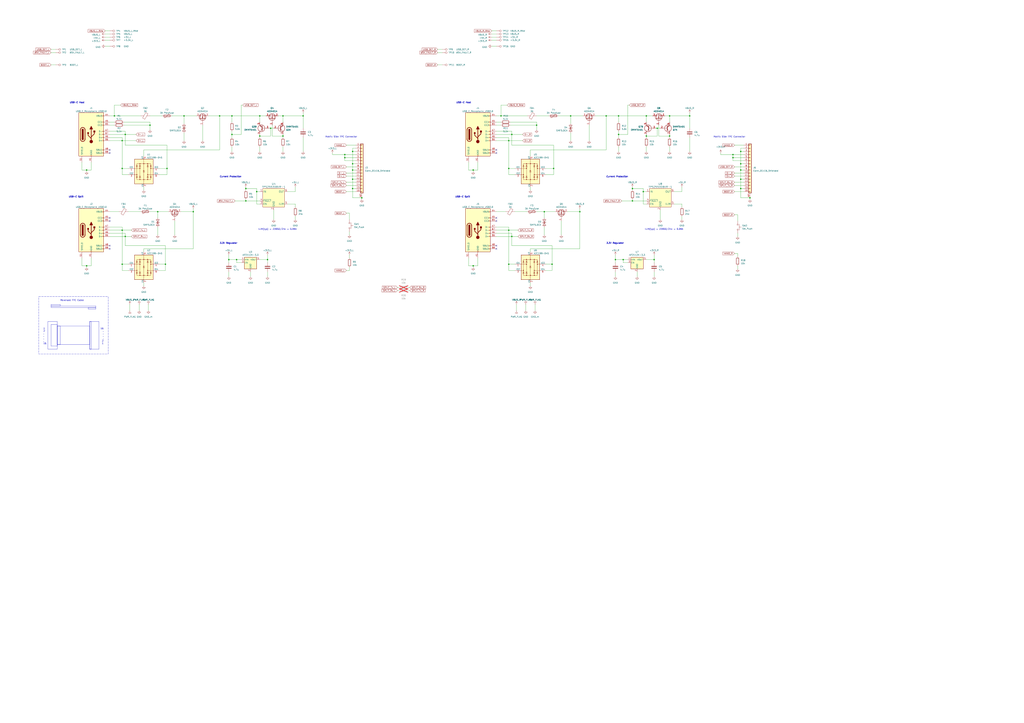
<source format=kicad_sch>
(kicad_sch (version 20231120) (generator "eeschema") (generator_version "8.0")
  (paper "A1")
  (junction (at 201.93 154.94))
  (junction (at 232.41 95.25))
  (junction (at 289.56 154.94))
  (junction (at 102.87 110.49))
  (junction (at 453.39 217.17))
  (junction (at 420.37 110.49))
  (junction (at 440.69 102.87))
  (junction (at 135.89 217.17))
  (junction (at 289.56 147.32))
  (junction (at 601.98 127))
  (junction (at 447.04 173.99))
  (junction (at 190.5 95.25))
  (junction (at 201.93 165.1))
  (junction (at 232.41 111.76))
  (junction (at 213.36 111.76))
  (junction (at 476.25 173.99))
  (junction (at 71.12 218.44))
  (junction (at 537.21 213.36))
  (junction (at 187.96 213.36))
  (junction (at 151.13 95.25))
  (junction (at 530.86 111.76))
  (junction (at 297.18 162.56))
  (junction (at 528.32 157.48))
  (junction (at 615.95 162.56))
  (junction (at 100.33 138.43))
  (junction (at 289.56 124.46))
  (junction (at 468.63 95.25))
  (junction (at 289.56 139.7))
  (junction (at 129.54 173.99))
  (junction (at 158.75 173.99))
  (junction (at 608.33 154.94))
  (junction (at 190.5 110.49))
  (junction (at 508 110.49))
  (junction (at 608.33 147.32))
  (junction (at 508 95.25))
  (junction (at 497.84 95.25))
  (junction (at 289.56 134.62))
  (junction (at 100.33 189.23))
  (junction (at 102.87 194.31))
  (junction (at 549.91 111.76))
  (junction (at 248.92 95.25))
  (junction (at 222.25 105.41))
  (junction (at 137.16 138.43))
  (junction (at 388.62 218.44))
  (junction (at 417.83 189.23))
  (junction (at 420.37 194.31))
  (junction (at 519.43 154.94))
  (junction (at 411.48 95.25))
  (junction (at 454.66 138.43))
  (junction (at 566.42 95.25))
  (junction (at 608.33 124.46))
  (junction (at 519.43 165.1))
  (junction (at 608.33 134.62))
  (junction (at 539.75 105.41))
  (junction (at 93.98 95.25))
  (junction (at 194.31 213.36))
  (junction (at 100.33 115.57))
  (junction (at 180.34 95.25))
  (junction (at 283.21 129.54))
  (junction (at 505.46 213.36))
  (junction (at 417.83 138.43))
  (junction (at 511.81 213.36))
  (junction (at 530.86 95.25))
  (junction (at 219.71 213.36))
  (junction (at 213.36 95.25))
  (junction (at 417.83 115.57))
  (junction (at 417.83 217.17))
  (junction (at 100.33 217.17))
  (junction (at 71.12 139.7))
  (junction (at 210.82 157.48))
  (junction (at 283.21 127))
  (junction (at 123.19 102.87))
  (junction (at 388.62 139.7))
  (junction (at 608.33 139.7))
  (junction (at 549.91 95.25))
  (junction (at 601.98 129.54))
  (no_connect (at 90.17 123.19))
  (no_connect (at 407.67 181.61))
  (no_connect (at 90.17 125.73))
  (no_connect (at 407.67 125.73))
  (no_connect (at 407.67 201.93))
  (no_connect (at 407.67 204.47))
  (no_connect (at 407.67 123.19))
  (no_connect (at 90.17 201.93))
  (no_connect (at 90.17 204.47))
  (no_connect (at 90.17 181.61))
  (no_connect (at 407.67 179.07))
  (no_connect (at 90.17 179.07))
  (wire (pts (xy 289.56 154.94) (xy 289.56 162.56)))
  (wire (pts (xy 601.98 132.08) (xy 610.87 132.08)))
  (wire (pts (xy 219.71 223.52) (xy 219.71 227.33)))
  (wire (pts (xy 248.92 95.25) (xy 248.92 105.41)))
  (wire (pts (xy 407.67 110.49) (xy 420.37 110.49)))
  (wire (pts (xy 476.25 173.99) (xy 476.25 204.47)))
  (wire (pts (xy 289.56 121.92) (xy 292.1 121.92)))
  (wire (pts (xy 566.42 113.03) (xy 566.42 124.46)))
  (wire (pts (xy 190.5 95.25) (xy 190.5 100.33)))
  (wire (pts (xy 508 95.25) (xy 508 100.33)))
  (wire (pts (xy 530.86 110.49) (xy 530.86 111.76)))
  (wire (pts (xy 455.93 173.99) (xy 447.04 173.99)))
  (wire (pts (xy 420.37 194.31) (xy 420.37 201.93)))
  (wire (pts (xy 71.12 218.44) (xy 71.12 219.71)))
  (wire (pts (xy 422.91 138.43) (xy 417.83 138.43)))
  (wire (pts (xy 431.8 250.19) (xy 431.8 255.27)))
  (wire (pts (xy 224.79 172.72) (xy 224.79 180.34)))
  (wire (pts (xy 187.96 209.55) (xy 187.96 213.36)))
  (wire (pts (xy 407.67 107.95) (xy 420.37 107.95)))
  (wire (pts (xy 538.48 105.41) (xy 539.75 105.41)))
  (wire (pts (xy 468.63 109.22) (xy 468.63 115.57)))
  (wire (pts (xy 86.36 25.4) (xy 90.17 25.4)))
  (wire (pts (xy 403.86 30.48) (xy 407.67 30.48)))
  (wire (pts (xy 140.97 95.25) (xy 151.13 95.25)))
  (wire (pts (xy 90.17 186.69) (xy 100.33 186.69)))
  (wire (pts (xy 505.46 213.36) (xy 505.46 215.9)))
  (wire (pts (xy 476.25 173.99) (xy 466.09 173.99)))
  (wire (pts (xy 213.36 110.49) (xy 213.36 111.76)))
  (wire (pts (xy 67.31 139.7) (xy 71.12 139.7)))
  (wire (pts (xy 201.93 163.83) (xy 201.93 165.1)))
  (wire (pts (xy 603.25 176.53) (xy 605.79 176.53)))
  (wire (pts (xy 407.67 95.25) (xy 411.48 95.25)))
  (wire (pts (xy 417.83 138.43) (xy 417.83 143.51)))
  (wire (pts (xy 419.1 100.33) (xy 440.69 100.33)))
  (wire (pts (xy 213.36 111.76) (xy 222.25 111.76)))
  (wire (pts (xy 283.21 127) (xy 283.21 129.54)))
  (wire (pts (xy 248.92 113.03) (xy 248.92 124.46)))
  (wire (pts (xy 71.12 139.7) (xy 74.93 139.7)))
  (wire (pts (xy 287.02 190.5) (xy 287.02 193.04)))
  (wire (pts (xy 407.67 194.31) (xy 420.37 194.31)))
  (wire (pts (xy 180.34 95.25) (xy 180.34 123.19)))
  (wire (pts (xy 549.91 95.25) (xy 566.42 95.25)))
  (wire (pts (xy 90.17 113.03) (xy 100.33 113.03)))
  (wire (pts (xy 232.41 110.49) (xy 232.41 111.76)))
  (wire (pts (xy 566.42 92.71) (xy 566.42 95.25)))
  (wire (pts (xy 171.45 95.25) (xy 180.34 95.25)))
  (wire (pts (xy 236.22 167.64) (xy 242.57 167.64)))
  (wire (pts (xy 289.56 147.32) (xy 289.56 154.94)))
  (wire (pts (xy 232.41 111.76) (xy 223.52 111.76)))
  (wire (pts (xy 123.19 95.25) (xy 133.35 95.25)))
  (wire (pts (xy 468.63 95.25) (xy 468.63 101.6)))
  (wire (pts (xy 232.41 95.25) (xy 248.92 95.25)))
  (wire (pts (xy 289.56 134.62) (xy 289.56 139.7)))
  (wire (pts (xy 454.66 119.38) (xy 454.66 138.43)))
  (wire (pts (xy 515.62 215.9) (xy 511.81 215.9)))
  (wire (pts (xy 453.39 201.93) (xy 453.39 217.17)))
  (wire (pts (xy 118.11 204.47) (xy 118.11 207.01)))
  (wire (pts (xy 407.67 115.57) (xy 417.83 115.57)))
  (wire (pts (xy 528.32 157.48) (xy 528.32 154.94)))
  (wire (pts (xy 435.61 204.47) (xy 435.61 207.01)))
  (wire (pts (xy 403.86 27.94) (xy 407.67 27.94)))
  (wire (pts (xy 228.6 95.25) (xy 232.41 95.25)))
  (wire (pts (xy 528.32 154.94) (xy 519.43 154.94)))
  (wire (pts (xy 603.25 137.16) (xy 610.87 137.16)))
  (wire (pts (xy 392.43 139.7) (xy 392.43 133.35)))
  (wire (pts (xy 415.29 173.99) (xy 407.67 173.99)))
  (wire (pts (xy 102.87 194.31) (xy 102.87 201.93)))
  (wire (pts (xy 523.24 223.52) (xy 523.24 227.33)))
  (wire (pts (xy 107.95 194.31) (xy 102.87 194.31)))
  (wire (pts (xy 411.48 86.36) (xy 411.48 95.25)))
  (wire (pts (xy 289.56 139.7) (xy 292.1 139.7)))
  (wire (pts (xy 143.51 181.61) (xy 143.51 193.04)))
  (wire (pts (xy 530.86 167.64) (xy 528.32 167.64)))
  (wire (pts (xy 603.25 157.48) (xy 610.87 157.48)))
  (wire (pts (xy 417.83 222.25) (xy 417.83 217.17)))
  (wire (pts (xy 537.21 213.36) (xy 537.21 209.55)))
  (wire (pts (xy 283.21 127) (xy 292.1 127)))
  (wire (pts (xy 608.33 139.7) (xy 610.87 139.7)))
  (wire (pts (xy 232.41 95.25) (xy 232.41 100.33)))
  (wire (pts (xy 166.37 102.87) (xy 166.37 115.57)))
  (wire (pts (xy 213.36 95.25) (xy 218.44 95.25)))
  (wire (pts (xy 105.41 222.25) (xy 100.33 222.25)))
  (wire (pts (xy 511.81 215.9) (xy 511.81 213.36)))
  (wire (pts (xy 519.43 163.83) (xy 519.43 165.1)))
  (wire (pts (xy 151.13 109.22) (xy 151.13 115.57)))
  (wire (pts (xy 100.33 138.43) (xy 100.33 143.51)))
  (wire (pts (xy 289.56 147.32) (xy 292.1 147.32)))
  (wire (pts (xy 213.36 213.36) (xy 219.71 213.36)))
  (wire (pts (xy 284.48 144.78) (xy 292.1 144.78)))
  (wire (pts (xy 420.37 191.77) (xy 420.37 194.31)))
  (wire (pts (xy 222.25 105.41) (xy 224.79 105.41)))
  (wire (pts (xy 297.18 162.56) (xy 297.18 163.83)))
  (wire (pts (xy 530.86 157.48) (xy 528.32 157.48)))
  (wire (pts (xy 542.29 172.72) (xy 542.29 180.34)))
  (wire (pts (xy 105.41 138.43) (xy 100.33 138.43)))
  (wire (pts (xy 392.43 218.44) (xy 392.43 212.09)))
  (wire (pts (xy 284.48 157.48) (xy 292.1 157.48)))
  (wire (pts (xy 420.37 119.38) (xy 420.37 110.49)))
  (wire (pts (xy 447.04 173.99) (xy 447.04 179.07)))
  (wire (pts (xy 90.17 115.57) (xy 100.33 115.57)))
  (wire (pts (xy 100.33 222.25) (xy 100.33 217.17)))
  (wire (pts (xy 505.46 209.55) (xy 505.46 213.36)))
  (wire (pts (xy 187.96 213.36) (xy 187.96 215.9)))
  (wire (pts (xy 454.66 138.43) (xy 448.31 138.43)))
  (wire (pts (xy 454.66 143.51) (xy 454.66 138.43)))
  (wire (pts (xy 198.12 86.36) (xy 198.12 110.49)))
  (wire (pts (xy 608.33 139.7) (xy 608.33 147.32)))
  (wire (pts (xy 541.02 102.87) (xy 541.02 111.76)))
  (wire (pts (xy 86.36 33.02) (xy 90.17 33.02)))
  (wire (pts (xy 41.91 43.18) (xy 45.72 43.18)))
  (wire (pts (xy 384.81 218.44) (xy 384.81 212.09)))
  (wire (pts (xy 236.22 157.48) (xy 242.57 157.48)))
  (wire (pts (xy 417.83 189.23) (xy 417.83 217.17)))
  (wire (pts (xy 403.86 33.02) (xy 407.67 33.02)))
  (wire (pts (xy 388.62 218.44) (xy 388.62 219.71)))
  (wire (pts (xy 102.87 119.38) (xy 102.87 110.49)))
  (wire (pts (xy 435.61 123.19) (xy 497.84 123.19)))
  (wire (pts (xy 407.67 100.33) (xy 411.48 100.33)))
  (wire (pts (xy 417.83 143.51) (xy 422.91 143.51)))
  (wire (pts (xy 454.66 119.38) (xy 420.37 119.38)))
  (wire (pts (xy 530.86 213.36) (xy 537.21 213.36)))
  (wire (pts (xy 187.96 223.52) (xy 187.96 227.33)))
  (wire (pts (xy 213.36 157.48) (xy 210.82 157.48)))
  (wire (pts (xy 608.33 124.46) (xy 608.33 134.62)))
  (wire (pts (xy 407.67 102.87) (xy 411.48 102.87)))
  (wire (pts (xy 180.34 95.25) (xy 190.5 95.25)))
  (wire (pts (xy 530.86 120.65) (xy 530.86 124.46)))
  (wire (pts (xy 198.12 110.49) (xy 190.5 110.49)))
  (wire (pts (xy 74.93 139.7) (xy 74.93 133.35)))
  (wire (pts (xy 603.25 208.28) (xy 605.79 208.28)))
  (wire (pts (xy 242.57 153.67) (xy 242.57 157.48)))
  (wire (pts (xy 283.21 129.54) (xy 283.21 132.08)))
  (wire (pts (xy 435.61 232.41) (xy 435.61 234.95)))
  (wire (pts (xy 528.32 167.64) (xy 528.32 157.48)))
  (wire (pts (xy 608.33 121.92) (xy 608.33 124.46)))
  (wire (pts (xy 289.56 124.46) (xy 292.1 124.46)))
  (wire (pts (xy 289.56 134.62) (xy 292.1 134.62)))
  (wire (pts (xy 510.54 165.1) (xy 519.43 165.1)))
  (wire (pts (xy 67.31 218.44) (xy 67.31 212.09)))
  (wire (pts (xy 359.41 53.34) (xy 363.22 53.34)))
  (wire (pts (xy 601.98 127) (xy 610.87 127)))
  (wire (pts (xy 515.62 110.49) (xy 508 110.49)))
  (wire (pts (xy 118.11 232.41) (xy 118.11 234.95)))
  (wire (pts (xy 100.33 189.23) (xy 100.33 217.17)))
  (wire (pts (xy 71.12 218.44) (xy 67.31 218.44)))
  (wire (pts (xy 476.25 204.47) (xy 435.61 204.47)))
  (wire (pts (xy 420.37 110.49) (xy 420.37 107.95)))
  (wire (pts (xy 97.79 173.99) (xy 90.17 173.99)))
  (wire (pts (xy 86.36 38.1) (xy 90.17 38.1)))
  (wire (pts (xy 615.95 162.56) (xy 615.95 163.83)))
  (wire (pts (xy 284.48 222.25) (xy 287.02 222.25)))
  (wire (pts (xy 138.43 173.99) (xy 129.54 173.99)))
  (wire (pts (xy 417.83 217.17) (xy 422.91 217.17)))
  (wire (pts (xy 199.39 86.36) (xy 198.12 86.36)))
  (wire (pts (xy 560.07 167.64) (xy 560.07 170.18)))
  (wire (pts (xy 201.93 154.94) (xy 201.93 156.21)))
  (wire (pts (xy 447.04 186.69) (xy 447.04 193.04)))
  (wire (pts (xy 326.39 236.22) (xy 327.66 236.22)))
  (wire (pts (xy 86.36 30.48) (xy 90.17 30.48)))
  (wire (pts (xy 420.37 201.93) (xy 453.39 201.93)))
  (wire (pts (xy 284.48 175.26) (xy 287.02 175.26)))
  (wire (pts (xy 86.36 27.94) (xy 90.17 27.94)))
  (wire (pts (xy 435.61 153.67) (xy 435.61 156.21)))
  (wire (pts (xy 284.48 152.4) (xy 292.1 152.4)))
  (wire (pts (xy 232.41 120.65) (xy 232.41 124.46)))
  (wire (pts (xy 530.86 111.76) (xy 539.75 111.76)))
  (wire (pts (xy 137.16 143.51) (xy 137.16 138.43)))
  (wire (pts (xy 458.47 95.25) (xy 468.63 95.25)))
  (wire (pts (xy 71.12 218.44) (xy 74.93 218.44)))
  (wire (pts (xy 284.48 119.38) (xy 292.1 119.38)))
  (wire (pts (xy 419.1 102.87) (xy 440.69 102.87)))
  (wire (pts (xy 519.43 165.1) (xy 530.86 165.1)))
  (wire (pts (xy 537.21 223.52) (xy 537.21 227.33)))
  (wire (pts (xy 326.39 238.76) (xy 327.66 238.76)))
  (wire (pts (xy 553.72 167.64) (xy 560.07 167.64)))
  (wire (pts (xy 158.75 204.47) (xy 118.11 204.47)))
  (wire (pts (xy 129.54 173.99) (xy 123.19 173.99)))
  (wire (pts (xy 213.36 111.76) (xy 213.36 113.03)))
  (wire (pts (xy 608.33 147.32) (xy 608.33 154.94)))
  (wire (pts (xy 284.48 142.24) (xy 292.1 142.24)))
  (wire (pts (xy 560.07 177.8) (xy 560.07 180.34)))
  (wire (pts (xy 403.86 38.1) (xy 407.67 38.1)))
  (wire (pts (xy 129.54 186.69) (xy 129.54 193.04)))
  (wire (pts (xy 135.89 222.25) (xy 130.81 222.25)))
  (wire (pts (xy 433.07 173.99) (xy 422.91 173.99)))
  (wire (pts (xy 417.83 189.23) (xy 425.45 189.23)))
  (wire (pts (xy 605.79 208.28) (xy 605.79 210.82)))
  (wire (pts (xy 511.81 213.36) (xy 515.62 213.36)))
  (wire (pts (xy 508 110.49) (xy 508 113.03)))
  (wire (pts (xy 560.07 153.67) (xy 560.07 157.48)))
  (wire (pts (xy 115.57 173.99) (xy 105.41 173.99)))
  (wire (pts (xy 403.86 25.4) (xy 407.67 25.4)))
  (wire (pts (xy 287.02 175.26) (xy 287.02 180.34)))
  (wire (pts (xy 137.16 119.38) (xy 102.87 119.38)))
  (wire (pts (xy 123.19 100.33) (xy 123.19 102.87)))
  (wire (pts (xy 530.86 95.25) (xy 535.94 95.25)))
  (wire (pts (xy 90.17 100.33) (xy 93.98 100.33)))
  (wire (pts (xy 137.16 138.43) (xy 130.81 138.43)))
  (wire (pts (xy 407.67 186.69) (xy 417.83 186.69)))
  (wire (pts (xy 222.25 111.76) (xy 222.25 105.41)))
  (wire (pts (xy 190.5 110.49) (xy 190.5 113.03)))
  (wire (pts (xy 530.86 111.76) (xy 530.86 113.03)))
  (wire (pts (xy 71.12 139.7) (xy 71.12 140.97)))
  (wire (pts (xy 201.93 165.1) (xy 213.36 165.1)))
  (wire (pts (xy 440.69 100.33) (xy 440.69 102.87)))
  (wire (pts (xy 608.33 154.94) (xy 610.87 154.94)))
  (wire (pts (xy 90.17 191.77) (xy 102.87 191.77)))
  (wire (pts (xy 41.91 40.64) (xy 45.72 40.64)))
  (wire (pts (xy 93.98 86.36) (xy 93.98 95.25)))
  (wire (pts (xy 100.33 189.23) (xy 107.95 189.23)))
  (wire (pts (xy 248.92 92.71) (xy 248.92 95.25)))
  (wire (pts (xy 508 95.25) (xy 530.86 95.25)))
  (wire (pts (xy 605.79 191.77) (xy 605.79 194.31)))
  (wire (pts (xy 539.75 111.76) (xy 539.75 105.41)))
  (wire (pts (xy 273.05 127) (xy 273.05 125.73)))
  (wire (pts (xy 505.46 213.36) (xy 511.81 213.36)))
  (wire (pts (xy 519.43 154.94) (xy 519.43 156.21)))
  (wire (pts (xy 605.79 218.44) (xy 605.79 220.98)))
  (wire (pts (xy 194.31 215.9) (xy 194.31 213.36)))
  (wire (pts (xy 114.3 250.19) (xy 114.3 255.27)))
  (wire (pts (xy 407.67 191.77) (xy 420.37 191.77)))
  (wire (pts (xy 422.91 222.25) (xy 417.83 222.25)))
  (wire (pts (xy 608.33 154.94) (xy 608.33 162.56)))
  (wire (pts (xy 289.56 162.56) (xy 297.18 162.56)))
  (wire (pts (xy 190.5 120.65) (xy 190.5 124.46)))
  (wire (pts (xy 425.45 194.31) (xy 420.37 194.31)))
  (wire (pts (xy 100.33 186.69) (xy 100.33 189.23)))
  (wire (pts (xy 417.83 113.03) (xy 417.83 115.57)))
  (wire (pts (xy 102.87 191.77) (xy 102.87 194.31)))
  (wire (pts (xy 497.84 95.25) (xy 508 95.25)))
  (wire (pts (xy 440.69 95.25) (xy 450.85 95.25)))
  (wire (pts (xy 603.25 142.24) (xy 610.87 142.24)))
  (wire (pts (xy 158.75 173.99) (xy 158.75 204.47)))
  (wire (pts (xy 151.13 95.25) (xy 151.13 101.6)))
  (wire (pts (xy 453.39 217.17) (xy 453.39 222.25)))
  (wire (pts (xy 476.25 171.45) (xy 476.25 173.99)))
  (wire (pts (xy 90.17 102.87) (xy 93.98 102.87)))
  (wire (pts (xy 516.89 86.36) (xy 515.62 86.36)))
  (wire (pts (xy 287.02 222.25) (xy 287.02 219.71)))
  (wire (pts (xy 591.82 127) (xy 591.82 125.73)))
  (wire (pts (xy 549.91 110.49) (xy 549.91 111.76)))
  (wire (pts (xy 292.1 129.54) (xy 283.21 129.54)))
  (wire (pts (xy 601.98 129.54) (xy 601.98 132.08)))
  (wire (pts (xy 417.83 115.57) (xy 417.83 138.43)))
  (wire (pts (xy 67.31 133.35) (xy 67.31 139.7)))
  (wire (pts (xy 515.62 86.36) (xy 515.62 110.49)))
  (wire (pts (xy 193.04 165.1) (xy 201.93 165.1)))
  (wire (pts (xy 283.21 132.08) (xy 292.1 132.08)))
  (wire (pts (xy 416.56 86.36) (xy 411.48 86.36)))
  (wire (pts (xy 158.75 173.99) (xy 148.59 173.99)))
  (wire (pts (xy 435.61 128.27) (xy 435.61 123.19)))
  (wire (pts (xy 190.5 107.95) (xy 190.5 110.49)))
  (wire (pts (xy 205.74 223.52) (xy 205.74 227.33)))
  (wire (pts (xy 210.82 154.94) (xy 201.93 154.94)))
  (wire (pts (xy 232.41 111.76) (xy 232.41 113.03)))
  (wire (pts (xy 608.33 134.62) (xy 608.33 139.7)))
  (wire (pts (xy 100.33 217.17) (xy 105.41 217.17)))
  (wire (pts (xy 100.33 143.51) (xy 105.41 143.51)))
  (wire (pts (xy 553.72 157.48) (xy 560.07 157.48)))
  (wire (pts (xy 90.17 110.49) (xy 102.87 110.49)))
  (wire (pts (xy 519.43 153.67) (xy 519.43 154.94)))
  (wire (pts (xy 90.17 194.31) (xy 102.87 194.31)))
  (wire (pts (xy 106.68 250.19) (xy 106.68 255.27)))
  (wire (pts (xy 424.18 250.19) (xy 424.18 255.27)))
  (wire (pts (xy 603.25 152.4) (xy 610.87 152.4)))
  (wire (pts (xy 461.01 181.61) (xy 461.01 193.04)))
  (wire (pts (xy 546.1 95.25) (xy 549.91 95.25)))
  (wire (pts (xy 129.54 173.99) (xy 129.54 179.07)))
  (wire (pts (xy 448.31 143.51) (xy 454.66 143.51)))
  (wire (pts (xy 99.06 86.36) (xy 93.98 86.36)))
  (wire (pts (xy 121.92 250.19) (xy 121.92 255.27)))
  (wire (pts (xy 201.93 153.67) (xy 201.93 154.94)))
  (wire (pts (xy 384.81 139.7) (xy 388.62 139.7)))
  (wire (pts (xy 439.42 250.19) (xy 439.42 255.27)))
  (wire (pts (xy 447.04 173.99) (xy 440.69 173.99)))
  (wire (pts (xy 130.81 143.51) (xy 137.16 143.51)))
  (wire (pts (xy 289.56 121.92) (xy 289.56 124.46)))
  (wire (pts (xy 417.83 115.57) (xy 429.26 115.57)))
  (wire (pts (xy 101.6 100.33) (xy 123.19 100.33)))
  (wire (pts (xy 608.33 134.62) (xy 610.87 134.62)))
  (wire (pts (xy 210.82 157.48) (xy 210.82 154.94)))
  (wire (pts (xy 213.36 95.25) (xy 213.36 100.33)))
  (wire (pts (xy 508 120.65) (xy 508 124.46)))
  (wire (pts (xy 335.28 236.22) (xy 336.55 236.22)))
  (wire (pts (xy 440.69 102.87) (xy 440.69 106.68)))
  (wire (pts (xy 100.33 115.57) (xy 100.33 138.43)))
  (wire (pts (xy 407.67 189.23) (xy 417.83 189.23)))
  (wire (pts (xy 93.98 95.25) (xy 115.57 95.25)))
  (wire (pts (xy 608.33 124.46) (xy 610.87 124.46)))
  (wire (pts (xy 90.17 189.23) (xy 100.33 189.23)))
  (wire (pts (xy 603.25 149.86) (xy 610.87 149.86)))
  (wire (pts (xy 289.56 124.46) (xy 289.56 134.62)))
  (wire (pts (xy 448.31 217.17) (xy 453.39 217.17)))
  (wire (pts (xy 100.33 115.57) (xy 111.76 115.57)))
  (wire (pts (xy 213.36 167.64) (xy 210.82 167.64)))
  (wire (pts (xy 453.39 222.25) (xy 448.31 222.25)))
  (wire (pts (xy 210.82 167.64) (xy 210.82 157.48)))
  (wire (pts (xy 289.56 139.7) (xy 289.56 147.32)))
  (wire (pts (xy 488.95 95.25) (xy 497.84 95.25)))
  (wire (pts (xy 388.62 218.44) (xy 392.43 218.44)))
  (wire (pts (xy 130.81 217.17) (xy 135.89 217.17)))
  (wire (pts (xy 102.87 110.49) (xy 111.76 110.49)))
  (wire (pts (xy 608.33 162.56) (xy 615.95 162.56)))
  (wire (pts (xy 187.96 213.36) (xy 194.31 213.36)))
  (wire (pts (xy 194.31 213.36) (xy 198.12 213.36)))
  (wire (pts (xy 101.6 102.87) (xy 123.19 102.87)))
  (wire (pts (xy 483.87 102.87) (xy 483.87 115.57)))
  (wire (pts (xy 158.75 171.45) (xy 158.75 173.99)))
  (wire (pts (xy 411.48 95.25) (xy 433.07 95.25)))
  (wire (pts (xy 135.89 217.17) (xy 135.89 222.25)))
  (wire (pts (xy 223.52 102.87) (xy 223.52 111.76)))
  (wire (pts (xy 190.5 95.25) (xy 213.36 95.25)))
  (wire (pts (xy 220.98 105.41) (xy 222.25 105.41)))
  (wire (pts (xy 151.13 95.25) (xy 161.29 95.25)))
  (wire (pts (xy 549.91 95.25) (xy 549.91 100.33)))
  (wire (pts (xy 359.41 43.18) (xy 363.22 43.18)))
  (wire (pts (xy 198.12 215.9) (xy 194.31 215.9)))
  (wire (pts (xy 135.89 201.93) (xy 135.89 217.17)))
  (wire (pts (xy 219.71 213.36) (xy 219.71 209.55)))
  (wire (pts (xy 123.19 102.87) (xy 123.19 106.68)))
  (wire (pts (xy 90.17 95.25) (xy 93.98 95.25)))
  (wire (pts (xy 601.98 127) (xy 601.98 129.54)))
  (wire (pts (xy 420.37 110.49) (xy 429.26 110.49)))
  (wire (pts (xy 497.84 95.25) (xy 497.84 123.19)))
  (wire (pts (xy 137.16 119.38) (xy 137.16 138.43)))
  (wire (pts (xy 537.21 213.36) (xy 537.21 215.9)))
  (wire (pts (xy 388.62 139.7) (xy 388.62 140.97)))
  (wire (pts (xy 335.28 238.76) (xy 336.55 238.76)))
  (wire (pts (xy 284.48 137.16) (xy 292.1 137.16)))
  (wire (pts (xy 505.46 223.52) (xy 505.46 227.33)))
  (wire (pts (xy 610.87 129.54) (xy 601.98 129.54)))
  (wire (pts (xy 102.87 201.93) (xy 135.89 201.93)))
  (wire (pts (xy 605.79 176.53) (xy 605.79 181.61)))
  (wire (pts (xy 213.36 120.65) (xy 213.36 124.46)))
  (wire (pts (xy 90.17 107.95) (xy 102.87 107.95)))
  (wire (pts (xy 603.25 144.78) (xy 610.87 144.78)))
  (wire (pts (xy 608.33 121.92) (xy 610.87 121.92)))
  (wire (pts (xy 566.42 95.25) (xy 566.42 105.41)))
  (wire (pts (xy 603.25 119.38) (xy 610.87 119.38)))
  (wire (pts (xy 388.62 139.7) (xy 392.43 139.7)))
  (wire (pts (xy 74.93 218.44) (xy 74.93 212.09)))
  (wire (pts (xy 359.41 40.64) (xy 363.22 40.64)))
  (wire (pts (xy 384.81 133.35) (xy 384.81 139.7)))
  (wire (pts (xy 388.62 218.44) (xy 384.81 218.44)))
  (wire (pts (xy 102.87 110.49) (xy 102.87 107.95)))
  (wire (pts (xy 608.33 147.32) (xy 610.87 147.32)))
  (wire (pts (xy 100.33 113.03) (xy 100.33 115.57)))
  (wire (pts (xy 539.75 105.41) (xy 542.29 105.41)))
  (wire (pts (xy 591.82 127) (xy 601.98 127)))
  (wire (pts (xy 242.57 167.64) (xy 242.57 170.18)))
  (wire (pts (xy 468.63 95.25) (xy 478.79 95.25)))
  (wire (pts (xy 284.48 149.86) (xy 292.1 149.86)))
  (wire (pts (xy 118.11 128.27) (xy 118.11 123.19)))
  (wire (pts (xy 287.02 209.55) (xy 287.02 212.09)))
  (wire (pts (xy 41.91 53.34) (xy 45.72 53.34)))
  (wire (pts (xy 549.91 111.76) (xy 549.91 113.03)))
  (wire (pts (xy 242.57 177.8) (xy 242.57 180.34)))
  (wire (pts (xy 273.05 127) (xy 283.21 127)))
  (wire (pts (xy 549.91 111.76) (xy 541.02 111.76)))
  (wire (pts (xy 219.71 213.36) (xy 219.71 215.9)))
  (wire (pts (xy 407.67 113.03) (xy 417.83 113.03)))
  (wire (pts (xy 549.91 120.65) (xy 549.91 124.46)))
  (wire (pts (xy 530.86 95.25) (xy 530.86 100.33)))
  (wire (pts (xy 417.83 186.69) (xy 417.83 189.23)))
  (wire (pts (xy 118.11 123.19) (xy 180.34 123.19)))
  (wire (pts (xy 508 107.95) (xy 508 110.49)))
  (wire (pts (xy 289.56 154.94) (xy 292.1 154.94)))
  (wire (pts (xy 118.11 153.67) (xy 118.11 156.21)))
  (rectangle (start 73.66 264.16) (end 74.93 287.02))
  (rectangle (start 41.91 250.19) (end 49.53 251.46))
  (rectangle (start 73.66 264.16) (end 81.28 287.02))
  (rectangle (start 31.75 243.84) (end 88.9 290.83) (stroke (width 0) (type dash)))
  (rectangle (start 46.99 267.97) (end 73.66 283.21))
  (rectangle (start 41.91 266.7) (end 46.99 284.48))
  (rectangle (start 41.91 251.46) (end 78.74 252.73))
  (rectangle (start 46.99 267.97) (end 49.53 283.21))
  (rectangle (start 39.37 264.16) (end 46.99 287.02))
  (rectangle (start 72.39 252.73) (end 78.74 254))
  (text "3.3V Regulator" (at 497.84 200.66 0) (effects (font (size 1.27 1.27) (thickness 0.254) (bold yes) (italic yes)) (justify left bottom)))
  (text "1\n2\n.\n.\n.\n.\n16" (at 35.56 283.21 0) (effects (font (size 1.27 1.27)) (justify left bottom)))
  (text "USB-C Split" (at 68.58 162.56 0) (effects (font (size 1.27 1.27) (thickness 0.254) (bold yes) (italic yes)) (justify right bottom)))
  (text "ILIM(typ) = 23950/24k = 0.99A" (at 212.09 189.23 0) (effects (font (size 1.27 1.27)) (justify left bottom)))
  (text "USB-C Host" (at 57.15 85.09 0) (effects (font (size 1.27 1.27) (thickness 0.254) (bold yes) (italic yes)) (justify left bottom)))
  (text "Current Protection" (at 180.34 146.05 0) (effects (font (size 1.27 1.27) (thickness 0.254) (bold yes) (italic yes)) (justify left bottom)))
  (text "ILIM(typ) = 23950/24k = 0.99A" (at 529.59 189.23 0) (effects (font (size 1.27 1.27)) (justify left bottom)))
  (text "Matrix Side FPC Connector" (at 585.978 113.284 0) (effects (font (size 1.27 1.27)) (justify left bottom)))
  (text "Matrix Side FPC Connector" (at 267.208 113.284 0) (effects (font (size 1.27 1.27)) (justify left bottom)))
  (text "Current Protection" (at 497.84 146.05 0) (effects (font (size 1.27 1.27) (thickness 0.254) (bold yes) (italic yes)) (justify left bottom)))
  (text "USB-C Split" (at 386.08 162.56 0) (effects (font (size 1.27 1.27) (thickness 0.254) (bold yes) (italic yes)) (justify right bottom)))
  (text "Reversed FFC Cable" (at 49.53 247.65 0) (effects (font (size 1.27 1.27)) (justify left bottom)))
  (text "3.3V Regulator" (at 180.34 200.66 0) (effects (font (size 1.27 1.27) (thickness 0.254) (bold yes) (italic yes)) (justify left bottom)))
  (text "16\n.\n.\n.\n.\n2\n1" (at 85.09 283.21 0) (effects (font (size 1.27 1.27)) (justify right bottom)))
  (text "USB-C Host" (at 374.65 85.09 0) (effects (font (size 1.27 1.27) (thickness 0.254) (bold yes) (italic yes)) (justify left bottom)))
  (global_label "SPLIT_Rx_L" (shape input) (at 284.48 152.4 180) (property "Intersheetrefs" "${INTERSHEET_REFS}" (effects (hide yes))))
  (global_label "SPLIT_Tx_R" (shape input) (at 336.55 238.76 0) (property "Intersheetrefs" "${INTERSHEET_REFS}" (effects (hide yes))))
  (global_label "HAND_L" (shape input) (at 284.48 222.25 180) (property "Intersheetrefs" "${INTERSHEET_REFS}" (effects (hide yes))))
  (global_label "VBUS_R_RAW" (shape input) (at 403.86 25.4 180) (property "Intersheetrefs" "${INTERSHEET_REFS}" (effects (hide yes))))
  (global_label "D+_R" (shape input) (at 603.25 144.78 180) (property "Intersheetrefs" "${INTERSHEET_REFS}" (effects (hide yes))))
  (global_label "SPLIT_Tx_R" (shape input) (at 425.45 189.23 0) (property "Intersheetrefs" "${INTERSHEET_REFS}" (effects (hide yes))))
  (global_label "USB_DET_R" (shape input) (at 603.25 137.16 180) (property "Intersheetrefs" "${INTERSHEET_REFS}" (effects (hide yes))))
  (global_label "D+_L" (shape input) (at 111.76 115.57 0) (property "Intersheetrefs" "${INTERSHEET_REFS}" (effects (hide yes))))
  (global_label "SPLIT_Rx_R" (shape input) (at 336.55 236.22 0) (property "Intersheetrefs" "${INTERSHEET_REFS}" (effects (hide yes))))
  (global_label "D+_R" (shape input) (at 429.26 115.57 0) (property "Intersheetrefs" "${INTERSHEET_REFS}" (effects (hide yes))))
  (global_label "USB_DET_L" (shape input) (at 199.39 86.36 0) (property "Intersheetrefs" "${INTERSHEET_REFS}" (effects (hide yes))))
  (global_label "BOOT_R" (shape input) (at 603.25 176.53 180) (property "Intersheetrefs" "${INTERSHEET_REFS}" (effects (hide yes))))
  (global_label "D+_L" (shape input) (at 284.48 144.78 180) (property "Intersheetrefs" "${INTERSHEET_REFS}" (effects (hide yes))))
  (global_label "SPLIT_Rx_R" (shape input) (at 603.25 149.86 180) (property "Intersheetrefs" "${INTERSHEET_REFS}" (effects (hide yes))))
  (global_label "HAND_R" (shape input) (at 603.25 208.28 180) (property "Intersheetrefs" "${INTERSHEET_REFS}" (effects (hide yes))))
  (global_label "BOOT_L" (shape input) (at 284.48 175.26 180) (property "Intersheetrefs" "${INTERSHEET_REFS}" (effects (hide yes))))
  (global_label "D-_R" (shape input) (at 429.26 110.49 0) (property "Intersheetrefs" "${INTERSHEET_REFS}" (effects (hide yes))))
  (global_label "USB_DET_R" (shape input) (at 516.89 86.36 0) (property "Intersheetrefs" "${INTERSHEET_REFS}" (effects (hide yes))))
  (global_label "#5V_FAULT_R" (shape input) (at 359.41 43.18 180) (property "Intersheetrefs" "${INTERSHEET_REFS}" (effects (hide yes))))
  (global_label "BOOT_L" (shape input) (at 41.91 53.34 180) (property "Intersheetrefs" "${INTERSHEET_REFS}" (effects (hide yes))))
  (global_label "#5V_FAULT_R" (shape input) (at 510.54 165.1 180) (property "Intersheetrefs" "${INTERSHEET_REFS}" (effects (hide yes))))
  (global_label "HAND_R" (shape input) (at 603.25 119.38 180) (property "Intersheetrefs" "${INTERSHEET_REFS}" (effects (hide yes))))
  (global_label "SPLIT_Tx_R" (shape input) (at 603.25 152.4 180) (property "Intersheetrefs" "${INTERSHEET_REFS}" (effects (hide yes))))
  (global_label "SPLIT_Tx_L" (shape input) (at 326.39 236.22 180) (property "Intersheetrefs" "${INTERSHEET_REFS}" (effects (hide yes))))
  (global_label "HAND_L" (shape input) (at 284.48 119.38 180) (property "Intersheetrefs" "${INTERSHEET_REFS}" (effects (hide yes))))
  (global_label "SPLIT_Rx_R" (shape input) (at 425.45 194.31 0) (property "Intersheetrefs" "${INTERSHEET_REFS}" (effects (hide yes))))
  (global_label "BOOT_R" (shape input) (at 603.25 157.48 180) (property "Intersheetrefs" "${INTERSHEET_REFS}" (effects (hide yes))))
  (global_label "BOOT_L" (shape input) (at 284.48 157.48 180) (property "Intersheetrefs" "${INTERSHEET_REFS}" (effects (hide yes))))
  (global_label "#5V_FAULT_L" (shape input) (at 41.91 43.18 180) (property "Intersheetrefs" "${INTERSHEET_REFS}" (effects (hide yes))))
  (global_label "D-_L" (shape input) (at 111.76 110.49 0) (property "Intersheetrefs" "${INTERSHEET_REFS}" (effects (hide yes))))
  (global_label "D-_R" (shape input) (at 603.25 142.24 180) (property "Intersheetrefs" "${INTERSHEET_REFS}" (effects (hide yes))))
  (global_label "SPLIT_Rx_L" (shape input) (at 326.39 238.76 180) (property "Intersheetrefs" "${INTERSHEET_REFS}" (effects (hide yes))))
  (global_label "SPLIT_Tx_L" (shape input) (at 284.48 149.86 180) (property "Intersheetrefs" "${INTERSHEET_REFS}" (effects (hide yes))))
  (global_label "USB_DET_L" (shape input) (at 284.48 137.16 180) (property "Intersheetrefs" "${INTERSHEET_REFS}" (effects (hide yes))))
  (global_label "SPLIT_Rx_L" (shape input) (at 107.95 194.31 0) (property "Intersheetrefs" "${INTERSHEET_REFS}" (effects (hide yes))))
  (global_label "VBUS_R_RAW" (shape input) (at 416.56 86.36 0) (property "Intersheetrefs" "${INTERSHEET_REFS}" (effects (hide yes))))
  (global_label "D-_L" (shape input) (at 284.48 142.24 180) (property "Intersheetrefs" "${INTERSHEET_REFS}" (effects (hide yes))))
  (global_label "BOOT_R" (shape input) (at 359.41 53.34 180) (property "Intersheetrefs" "${INTERSHEET_REFS}" (effects (hide yes))))
  (global_label "VBUS_L_RAW" (shape input) (at 86.36 25.4 180) (property "Intersheetrefs" "${INTERSHEET_REFS}" (effects (hide yes))))
  (global_label "USB_DET_R" (shape input) (at 359.41 40.64 180) (property "Intersheetrefs" "${INTERSHEET_REFS}" (effects (hide yes))))
  (global_label "USB_DET_L" (shape input) (at 41.91 40.64 180) (property "Intersheetrefs" "${INTERSHEET_REFS}" (effects (hide yes))))
  (global_label "VBUS_L_RAW" (shape input) (at 99.06 86.36 0) (property "Intersheetrefs" "${INTERSHEET_REFS}" (effects (hide yes))))
  (global_label "#5V_FAULT_L" (shape input) (at 193.04 165.1 180) (property "Intersheetrefs" "${INTERSHEET_REFS}" (effects (hide yes))))
  (global_label "SPLIT_Tx_L" (shape input) (at 107.95 189.23 0) (property "Intersheetrefs" "${INTERSHEET_REFS}" (effects (hide yes))))
  (symbol (lib_id "power:VBUS") (at 86.36 27.94 90) (unit 1)
    (property "Reference" "#PWR03" (effects (hide yes)))
    (property "Value" "VBUS_L" (at 82.55 28.575 90) (effects (justify left)))
  )
  (symbol (lib_id "Device:R") (at 508 116.84 180) (unit 1)
    (property "Reference" "R13" (at 510.54 116.205 0) (effects (justify right)))
    (property "Value" "10k" (at 510.54 118.745 0) (effects (justify right)))
    (property "Footprint" "Resistor_SMD:R_0603_1608Metric" (effects (hide yes)))
    (property "LCSC" "C25804" (effects (hide yes)))
  )
  (symbol (lib_id "power:GND") (at 461.01 193.04 0) (mirror y) (unit 1)
    (property "Reference" "#PWR049" (effects (hide yes)))
    (property "Value" "GND" (at 461.01 198.12 0))
  )
  (symbol (lib_id "power:GND") (at 440.69 106.68 0) (unit 1)
    (property "Reference" "#PWR047" (effects (hide yes)))
    (property "Value" "GND" (at 440.69 111.76 0))
  )
  (symbol (lib_id "power:GND") (at 205.74 227.33 0) (unit 1)
    (property "Reference" "#PWR022" (effects (hide yes)))
    (property "Value" "GND" (at 205.74 232.41 0))
  )
  (symbol (lib_name "Conn_01x16_Shielded_1") (lib_id "Connector_Generic_Shielded:Conn_01x16_Shielded") (at 297.18 137.16 0) (unit 1)
    (property "Reference" "J3" (at 299.72 137.795 0) (effects (justify left)))
    (property "Value" "Conn_01x16_Shielded" (at 299.72 140.335 0) (effects (justify left)))
    (property "Footprint" "Connector_FFC-FPC:TE_1-1734839-6_1x16-1MP_P0.5mm_Horizontal" (effects (hide yes)))
  )
  (symbol (lib_id "Device:R") (at 190.5 116.84 180) (unit 1)
    (property "Reference" "R4" (at 193.04 116.205 0) (effects (justify right)))
    (property "Value" "10k" (at 193.04 118.745 0) (effects (justify right)))
    (property "Footprint" "Resistor_SMD:R_0603_1608Metric" (effects (hide yes)))
    (property "LCSC" "C25804" (effects (hide yes)))
  )
  (symbol (lib_id "Connector:USB_C_Receptacle_USB2.0") (at 392.43 110.49 0) (unit 1)
    (property "Reference" "J4" (at 392.43 88.9 0))
    (property "Value" "USB_C_Receptacle_USB2.0" (at 392.43 91.44 0))
    (property "Footprint" "Connector_USB:USB_C_Receptacle_HRO_TYPE-C-31-M-12" (effects (hide yes)))
    (property "Datasheet" "https://www.usb.org/sites/default/files/documents/usb_type-c.zip" (effects (hide yes)))
  )
  (symbol (lib_id "Connector:TestPoint") (at 45.72 40.64 270) (unit 1)
    (property "Reference" "TP1" (at 50.8 40.64 90) (effects (justify left)))
    (property "Value" "USB_DET_L" (at 57.15 40.64 90) (effects (justify left)))
    (property "Footprint" "TestPoint:TestPoint_Pad_D1.0mm" (effects (hide yes)))
  )
  (symbol (lib_id "Device:R") (at 287.02 215.9 180) (unit 1)
    (property "Reference" "R9" (at 289.56 215.265 0) (effects (justify right)))
    (property "Value" "10k" (at 289.56 217.805 0) (effects (justify right)))
    (property "Footprint" "Resistor_SMD:R_0603_1608Metric" (effects (hide yes)))
    (property "LCSC" "C25804" (effects (hide yes)))
  )
  (symbol (lib_id "Device:R") (at 560.07 173.99 180) (unit 1)
    (property "Reference" "R17" (at 562.61 173.355 0) (effects (justify right)))
    (property "Value" "24k" (at 562.61 175.895 0) (effects (justify right)))
    (property "Footprint" "Resistor_SMD:R_0603_1608Metric" (effects (hide yes)))
    (property "LCSC" "C23352" (effects (hide yes)))
  )
  (symbol (lib_id "power:PWR_FLAG") (at 114.3 250.19 0) (unit 1)
    (property "Reference" "#FLG02" (effects (hide yes)))
    (property "Value" "PWR_FLAG" (at 114.3 246.38 0))
  )
  (symbol (lib_id "Device:R") (at 201.93 160.02 180) (unit 1)
    (property "Reference" "R5" (at 204.47 159.385 0) (effects (justify right)))
    (property "Value" "10k" (at 204.47 161.925 0) (effects (justify right)))
    (property "Footprint" "Resistor_SMD:R_0603_1608Metric" (effects (hide yes)))
    (property "LCSC" "C25804" (effects (hide yes)))
  )
  (symbol (lib_id "power:GND") (at 232.41 124.46 0) (unit 1)
    (property "Reference" "#PWR027" (effects (hide yes)))
    (property "Value" "GND" (at 232.41 129.54 0))
  )
  (symbol (lib_id "power:+3V3") (at 537.21 209.55 0) (unit 1)
    (property "Reference" "#PWR059" (effects (hide yes)))
    (property "Value" "+3V3_R" (at 537.21 205.74 0))
  )
  (symbol (lib_id "power:GND") (at 121.92 255.27 0) (unit 1)
    (property "Reference" "#PWR011" (effects (hide yes)))
    (property "Value" "GND_m" (at 121.92 260.35 0))
  )
  (symbol (lib_id "power:VBUS") (at 403.86 27.94 90) (unit 1)
    (property "Reference" "#PWR038" (effects (hide yes)))
    (property "Value" "VBUS_R" (at 400.05 28.575 90) (effects (justify left)))
  )
  (symbol (lib_id "power:GND") (at 542.29 180.34 0) (unit 1)
    (property "Reference" "#PWR061" (effects (hide yes)))
    (property "Value" "GND" (at 542.29 185.42 0))
  )
  (symbol (lib_id "Device:R") (at 415.29 100.33 90) (unit 1)
    (property "Reference" "R10" (at 415.29 95.25 90))
    (property "Value" "5.1k" (at 415.29 97.79 90))
    (property "Footprint" "Resistor_SMD:R_0603_1608Metric" (effects (hide yes)))
    (property "LCSC" "C23186" (effects (hide yes)))
  )
  (symbol (lib_id "power:GND") (at 435.61 234.95 0) (mirror y) (unit 1)
    (property "Reference" "#PWR045" (effects (hide yes)))
    (property "Value" "GND" (at 435.61 240.03 0))
  )
  (symbol (lib_id "power:GND") (at 297.18 163.83 0) (unit 1)
    (property "Reference" "#PWR035" (effects (hide yes)))
    (property "Value" "GND" (at 297.18 168.91 0))
  )
  (symbol (lib_id "Connector:USB_C_Receptacle_USB2.0") (at 74.93 189.23 0) (unit 1)
    (property "Reference" "J2" (at 74.93 167.64 0))
    (property "Value" "USB_C_Receptacle_USB2.0" (at 74.93 170.18 0))
    (property "Footprint" "Connector_USB:USB_C_Receptacle_HRO_TYPE-C-31-M-12" (effects (hide yes)))
    (property "Datasheet" "https://www.usb.org/sites/default/files/documents/usb_type-c.zip" (effects (hide yes)))
  )
  (symbol (lib_id "Connector:TestPoint") (at 407.67 30.48 270) (unit 1)
    (property "Reference" "TP14" (at 412.75 30.48 90) (effects (justify left)))
    (property "Value" "+5V_R" (at 419.1 30.48 90) (effects (justify left)))
    (property "Footprint" "TestPoint:TestPoint_Pad_D1.0mm" (effects (hide yes)))
  )
  (symbol (lib_id "Device:R") (at 190.5 104.14 180) (unit 1)
    (property "Reference" "R3" (at 193.04 103.505 0) (effects (justify right)))
    (property "Value" "5.6k" (at 193.04 106.045 0) (effects (justify right)))
    (property "Footprint" "Resistor_SMD:R_0603_1608Metric" (effects (hide yes)))
    (property "LCSC" "C23189" (effects (hide yes)))
  )
  (symbol (lib_id "power:GND") (at 213.36 124.46 0) (unit 1)
    (property "Reference" "#PWR023" (effects (hide yes)))
    (property "Value" "GND" (at 213.36 129.54 0))
  )
  (symbol (lib_id "Transistor_FET:AO3401A") (at 483.87 97.79 90) (unit 1)
    (property "Reference" "Q6" (at 483.87 88.9 90))
    (property "Value" "AO3401A" (at 483.87 91.44 90))
    (property "Footprint" "Package_TO_SOT_SMD:SOT-23" (effects (hide yes)))
    (property "Datasheet" "http://www.aosmd.com/pdfs/datasheet/AO3401A.pdf" (effects (hide yes)))
    (property "Description" "-4.0A Id, -30V Vds, P-Channel MOSFET, SOT-23" (effects (hide yes)))
    (property "Sim.Device" "PMOS" (effects (hide yes)))
    (property "Sim.Type" "VDMOS" (effects (hide yes)))
    (property "Sim.Pins" "1=D 2=G 3=S" (effects (hide yes)))
    (property "LCSC" "C15127" (effects (hide yes)))
  )
  (symbol (lib_id "Device:FerriteBead") (at 436.88 95.25 90) (unit 1)
    (property "Reference" "FB4" (at 436.8292 88.9 90))
    (property "Value" "3A" (at 436.8292 91.44 90))
    (property "Footprint" "Capacitor_SMD:C_0805_2012Metric" (effects (hide yes)))
    (property "LCSC" "C142054" (effects (hide yes)))
  )
  (symbol (lib_id "Connector:TestPoint") (at 90.17 25.4 270) (unit 1)
    (property "Reference" "TP4" (at 95.25 25.4 90) (effects (justify left)))
    (property "Value" "VBUS_L_RAW" (at 101.6 25.4 90) (effects (justify left)))
    (property "Footprint" "TestPoint:TestPoint_Pad_D1.0mm" (effects (hide yes)))
  )
  (symbol (lib_id "Device:FerriteBead") (at 419.1 173.99 90) (unit 1)
    (property "Reference" "FB3" (at 419.0492 167.64 90))
    (property "Value" "3A" (at 419.0492 170.18 90))
    (property "Footprint" "Capacitor_SMD:C_0805_2012Metric" (effects (hide yes)))
    (property "LCSC" "C142054" (effects (hide yes)))
  )
  (symbol (lib_id "Device:R") (at 549.91 116.84 180) (unit 1)
    (property "Reference" "R16" (at 552.45 116.205 0) (effects (justify right)))
    (property "Value" "10k" (at 552.45 118.745 0) (effects (justify right)))
    (property "Footprint" "Resistor_SMD:R_0603_1608Metric" (effects (hide yes)))
    (property "LCSC" "C25804" (effects (hide yes)))
  )
  (symbol (lib_id "power:GND") (at 71.12 140.97 0) (unit 1)
    (property "Reference" "#PWR01" (effects (hide yes)))
    (property "Value" "GND" (at 71.12 146.05 0))
  )
  (symbol (lib_id "Diode:ESD9B5.0ST5G") (at 151.13 105.41 270) (mirror x) (unit 1)
    (property "Reference" "D2" (at 148.59 104.775 90) (effects (justify right)))
    (property "Value" "SMF5.0CA" (at 148.59 107.315 90) (effects (justify right)))
    (property "Footprint" "Diode_SMD:D_SOD-123" (effects (hide yes)))
    (property "Datasheet" "https://www.onsemi.com/pub/Collateral/ESD9B-D.PDF" (effects (hide yes)))
    (property "LCSC" "C908214" (effects (hide yes)))
  )
  (symbol (lib_id "power:GND") (at 187.96 227.33 0) (unit 1)
    (property "Reference" "#PWR019" (effects (hide yes)))
    (property "Value" "GND" (at 187.96 232.41 0))
  )
  (symbol (lib_id "Device:R") (at 232.41 116.84 180) (unit 1)
    (property "Reference" "R7" (at 234.95 116.205 0) (effects (justify right)))
    (property "Value" "10k" (at 234.95 118.745 0) (effects (justify right)))
    (property "Footprint" "Resistor_SMD:R_0603_1608Metric" (effects (hide yes)))
    (property "LCSC" "C25804" (effects (hide yes)))
  )
  (symbol (lib_id "Transistor_FET:AO3401A") (at 166.37 97.79 90) (unit 1)
    (property "Reference" "Q2" (at 166.37 88.9 90))
    (property "Value" "AO3401A" (at 166.37 91.44 90))
    (property "Footprint" "Package_TO_SOT_SMD:SOT-23" (effects (hide yes)))
    (property "Datasheet" "http://www.aosmd.com/pdfs/datasheet/AO3401A.pdf" (effects (hide yes)))
    (property "Description" "-4.0A Id, -30V Vds, P-Channel MOSFET, SOT-23" (effects (hide yes)))
    (property "Sim.Device" "PMOS" (effects (hide yes)))
    (property "Sim.Type" "VDMOS" (effects (hide yes)))
    (property "Sim.Pins" "1=D 2=G 3=S" (effects (hide yes)))
    (property "LCSC" "C15127" (effects (hide yes)))
  )
  (symbol (lib_id "power:+3V3") (at 591.82 125.73 0) (unit 1)
    (property "Reference" "#PWR067" (effects (hide yes)))
    (property "Value" "+3V3_R" (at 591.82 120.65 0))
  )
  (symbol (lib_id "power:GND") (at 166.37 115.57 0) (unit 1)
    (property "Reference" "#PWR017" (effects (hide yes)))
    (property "Value" "GND" (at 166.37 120.65 0))
  )
  (symbol (lib_id "Device:C") (at 537.21 219.71 180) (unit 1)
    (property "Reference" "C5" (at 541.02 219.075 0) (effects (justify right)))
    (property "Value" "4.7u" (at 541.02 221.615 0) (effects (justify right)))
    (property "Footprint" "Capacitor_SMD:C_0603_1608Metric" (effects (hide yes)))
    (property "LCSC" "C19666" (effects (hide yes)))
  )
  (symbol (lib_id "power:GND") (at 403.86 38.1 270) (unit 1)
    (property "Reference" "#PWR041" (effects (hide yes)))
    (property "Value" "GND" (at 400.05 38.735 90) (effects (justify right)))
  )
  (symbol (lib_id "Device:R") (at 331.47 238.76 270) (unit 1) (in_bom no) (dnp yes)
    (property "Reference" "R20" (at 331.47 242.824 90))
    (property "Value" "10k" (at 331.47 245.364 90))
    (property "Footprint" "Resistor_SMD:R_0603_1608Metric" (effects (hide yes)))
    (property "LCSC" "C25804" (effects (hide yes)))
  )
  (symbol (lib_id "power:VBUS") (at 566.42 92.71 0) (unit 1)
    (property "Reference" "#PWR065" (effects (hide yes)))
    (property "Value" "VBUS_R" (at 566.42 88.9 0))
  )
  (symbol (lib_id "power:GND") (at 537.21 227.33 0) (unit 1)
    (property "Reference" "#PWR060" (effects (hide yes)))
    (property "Value" "GND" (at 537.21 232.41 0))
  )
  (symbol (lib_id "Diode:ESD9B5.0ST5G") (at 468.63 105.41 270) (mirror x) (unit 1)
    (property "Reference" "D4" (at 466.09 104.775 90) (effects (justify right)))
    (property "Value" "SMF5.0CA" (at 466.09 107.315 90) (effects (justify right)))
    (property "Footprint" "Diode_SMD:D_SOD-123" (effects (hide yes)))
    (property "Datasheet" "https://www.onsemi.com/pub/Collateral/ESD9B-D.PDF" (effects (hide yes)))
    (property "LCSC" "C908214" (effects (hide yes)))
  )
  (symbol (lib_id "Device:R") (at 530.86 116.84 180) (unit 1)
    (property "Reference" "R15" (at 533.4 116.205 0) (effects (justify right)))
    (property "Value" "10k" (at 533.4 118.745 0) (effects (justify right)))
    (property "Footprint" "Resistor_SMD:R_0603_1608Metric" (effects (hide yes)))
    (property "LCSC" "C25804" (effects (hide yes)))
  )
  (symbol (lib_id "Transistor_FET:AO3401A") (at 223.52 97.79 90) (unit 1)
    (property "Reference" "Q4" (at 223.52 88.9 90))
    (property "Value" "AO3401A" (at 223.52 91.44 90))
    (property "Footprint" "Package_TO_SOT_SMD:SOT-23" (effects (hide yes)))
    (property "Datasheet" "http://www.aosmd.com/pdfs/datasheet/AO3401A.pdf" (effects (hide yes)))
    (property "Description" "-4.0A Id, -30V Vds, P-Channel MOSFET, SOT-23" (effects (hide yes)))
    (property "Sim.Device" "PMOS" (effects (hide yes)))
    (property "Sim.Type" "VDMOS" (effects (hide yes)))
    (property "Sim.Pins" "1=D 2=G 3=S" (effects (hide yes)))
    (property "LCSC" "C15127" (effects (hide yes)))
  )
  (symbol (lib_id "power:GND") (at 468.63 115.57 0) (unit 1)
    (property "Reference" "#PWR050" (effects (hide yes)))
    (property "Value" "GND" (at 468.63 120.65 0))
  )
  (symbol (lib_id "power:GND") (at 483.87 115.57 0) (unit 1)
    (property "Reference" "#PWR052" (effects (hide yes)))
    (property "Value" "GND" (at 483.87 120.65 0))
  )
  (symbol (lib_id "power:GND") (at 114.3 255.27 0) (unit 1)
    (property "Reference" "#PWR08" (effects (hide yes)))
    (property "Value" "GND" (at 114.3 260.35 0))
  )
  (symbol (lib_id "power:GND") (at 435.61 156.21 0) (unit 1)
    (property "Reference" "#PWR044" (effects (hide yes)))
    (property "Value" "GND" (at 435.61 161.29 0))
  )
  (symbol (lib_id "power:GND") (at 242.57 180.34 0) (unit 1)
    (property "Reference" "#PWR029" (effects (hide yes)))
    (property "Value" "GND" (at 242.57 185.42 0))
  )
  (symbol (lib_id "Connector:TestPoint") (at 45.72 53.34 270) (unit 1)
    (property "Reference" "TP3" (at 50.8 53.34 90) (effects (justify left)))
    (property "Value" "BOOT_L" (at 57.15 53.34 90) (effects (justify left)))
    (property "Footprint" "TestPoint:TestPoint_Pad_D1.0mm" (effects (hide yes)))
  )
  (symbol (lib_id "power:GND") (at 151.13 115.57 0) (unit 1)
    (property "Reference" "#PWR015" (effects (hide yes)))
    (property "Value" "GND" (at 151.13 120.65 0))
  )
  (symbol (lib_id "Connector:TestPoint") (at 363.22 53.34 270) (unit 1)
    (property "Reference" "TP11" (at 368.3 53.34 90) (effects (justify left)))
    (property "Value" "BOOT_R" (at 374.65 53.34 90) (effects (justify left)))
    (property "Footprint" "TestPoint:TestPoint_Pad_D1.0mm" (effects (hide yes)))
  )
  (symbol (lib_id "power:GND") (at 143.51 193.04 0) (mirror y) (unit 1)
    (property "Reference" "#PWR014" (effects (hide yes)))
    (property "Value" "GND" (at 143.51 198.12 0))
  )
  (symbol (lib_id "power:GND") (at 123.19 106.68 0) (unit 1)
    (property "Reference" "#PWR012" (effects (hide yes)))
    (property "Value" "GND" (at 123.19 111.76 0))
  )
  (symbol (lib_id "Device:C") (at 187.96 219.71 180) (unit 1)
    (property "Reference" "C1" (at 191.77 219.075 0) (effects (justify right)))
    (property "Value" "4.7u" (at 191.77 221.615 0) (effects (justify right)))
    (property "Footprint" "Capacitor_SMD:C_0603_1608Metric" (effects (hide yes)))
    (property "LCSC" "C19666" (effects (hide yes)))
  )
  (symbol (lib_id "power:+3V3") (at 287.02 209.55 0) (unit 1)
    (property "Reference" "#PWR034" (effects (hide yes)))
    (property "Value" "+3V3_L" (at 287.02 205.74 0))
  )
  (symbol (lib_id "power:GND") (at 523.24 227.33 0) (unit 1)
    (property "Reference" "#PWR057" (effects (hide yes)))
    (property "Value" "GND" (at 523.24 232.41 0))
  )
  (symbol (lib_id "power:GND") (at 431.8 255.27 0) (unit 1)
    (property "Reference" "#PWR043" (effects (hide yes)))
    (property "Value" "GND" (at 431.8 260.35 0))
  )
  (symbol (lib_id "power:GND") (at 447.04 193.04 0) (mirror y) (unit 1)
    (property "Reference" "#PWR048" (effects (hide yes)))
    (property "Value" "GND" (at 447.04 198.12 0))
  )
  (symbol (lib_id "Regulator_Linear:AP2112K-3.3") (at 205.74 215.9 0) (unit 1)
    (property "Reference" "U3" (at 205.74 207.01 0))
    (property "Value" "AP2112K-3.3" (at 205.74 209.55 0))
    (property "Footprint" "Package_TO_SOT_SMD:SOT-23-5" (effects (hide yes)))
    (property "Datasheet" "https://www.diodes.com/assets/Datasheets/AP2112.pdf" (effects (hide yes)))
    (property "LCSC" "C3021085" (effects (hide yes)))
  )
  (symbol (lib_id "Transistor_FET:AO3401A") (at 461.01 176.53 90) (unit 1)
    (property "Reference" "Q5" (at 461.01 167.64 90))
    (property "Value" "AO3401A" (at 461.01 170.18 90))
    (property "Footprint" "Package_TO_SOT_SMD:SOT-23" (effects (hide yes)))
    (property "Datasheet" "http://www.aosmd.com/pdfs/datasheet/AO3401A.pdf" (effects (hide yes)))
    (property "Description" "-4.0A Id, -30V Vds, P-Channel MOSFET, SOT-23" (effects (hide yes)))
    (property "Sim.Device" "PMOS" (effects (hide yes)))
    (property "Sim.Type" "VDMOS" (effects (hide yes)))
    (property "Sim.Pins" "1=D 2=G 3=S" (effects (hide yes)))
    (property "LCSC" "C15127" (effects (hide yes)))
  )
  (symbol (lib_id "Device:Polyfuse") (at 137.16 95.25 270) (unit 1)
    (property "Reference" "F2" (at 137.16 90.17 90))
    (property "Value" "3A Polyfuse" (at 137.16 92.71 90))
    (property "Footprint" "Capacitor_SMD:C_1206_3216Metric" (effects (hide yes)))
    (property "LCSC" "C3020147" (effects (hide yes)))
  )
  (symbol (lib_id "Device:C") (at 248.92 109.22 180) (unit 1)
    (property "Reference" "C3" (at 252.73 108.585 0) (effects (justify right)))
    (property "Value" "4.7u" (at 252.73 111.125 0) (effects (justify right)))
    (property "Footprint" "Capacitor_SMD:C_0603_1608Metric" (effects (hide yes)))
    (property "LCSC" "C19666" (effects (hide yes)))
  )
  (symbol (lib_id "power:VBUS") (at 476.25 171.45 0) (mirror y) (unit 1)
    (property "Reference" "#PWR051" (effects (hide yes)))
    (property "Value" "VBUS_R" (at 476.25 167.64 0))
  )
  (symbol (lib_id "power:GND") (at 505.46 227.33 0) (unit 1)
    (property "Reference" "#PWR054" (effects (hide yes)))
    (property "Value" "GND" (at 505.46 232.41 0))
  )
  (symbol (lib_id "power:+5V") (at 187.96 209.55 0) (unit 1)
    (property "Reference" "#PWR018" (effects (hide yes)))
    (property "Value" "+5V_L" (at 187.96 205.74 0))
  )
  (symbol (lib_id "power:GND") (at 388.62 140.97 0) (unit 1)
    (property "Reference" "#PWR036" (effects (hide yes)))
    (property "Value" "GND" (at 388.62 146.05 0))
  )
  (symbol (lib_id "Connector:USB_C_Receptacle_USB2.0") (at 74.93 110.49 0) (unit 1)
    (property "Reference" "J1" (at 74.93 88.9 0))
    (property "Value" "USB_C_Receptacle_USB2.0" (at 74.93 91.44 0))
    (property "Footprint" "Connector_USB:USB_C_Receptacle_HRO_TYPE-C-31-M-12" (effects (hide yes)))
    (property "Datasheet" "https://www.usb.org/sites/default/files/documents/usb_type-c.zip" (effects (hide yes)))
  )
  (symbol (lib_id "power:+3V3") (at 219.71 209.55 0) (unit 1)
    (property "Reference" "#PWR024" (effects (hide yes)))
    (property "Value" "+3V3_L" (at 219.71 205.74 0))
  )
  (symbol (lib_id "power:GND") (at 560.07 180.34 0) (unit 1)
    (property "Reference" "#PWR064" (effects (hide yes)))
    (property "Value" "GND" (at 560.07 185.42 0))
  )
  (symbol (lib_id "power:GND") (at 248.92 124.46 0) (unit 1)
    (property "Reference" "#PWR031" (effects (hide yes)))
    (property "Value" "GND" (at 248.92 129.54 0))
  )
  (symbol (lib_id "Device:R") (at 97.79 102.87 90) (unit 1)
    (property "Reference" "R2" (at 97.79 105.41 90))
    (property "Value" "5.1k" (at 97.79 107.95 90))
    (property "Footprint" "Resistor_SMD:R_0603_1608Metric" (effects (hide yes)))
    (property "LCSC" "C23186" (effects (hide yes)))
  )
  (symbol (lib_id "power:PWR_FLAG") (at 121.92 250.19 0) (unit 1)
    (property "Reference" "#FLG03" (effects (hide yes)))
    (property "Value" "PWR_FLAG" (at 121.92 246.38 0))
  )
  (symbol (lib_id "Diode:ESD9B5.0ST5G") (at 129.54 182.88 270) (mirror x) (unit 1)
    (property "Reference" "D1" (at 127 182.245 90) (effects (justify right)))
    (property "Value" "SMF5.0CA" (at 127 184.785 90) (effects (justify right)))
    (property "Footprint" "Diode_SMD:D_SOD-123" (effects (hide yes)))
    (property "Datasheet" "https://www.onsemi.com/pub/Collateral/ESD9B-D.PDF" (effects (hide yes)))
    (property "LCSC" "C908214" (effects (hide yes)))
  )
  (symbol (lib_id "Device:Polyfuse") (at 436.88 173.99 270) (unit 1)
    (property "Reference" "F3" (at 436.88 168.91 90))
    (property "Value" "3A Polyfuse" (at 436.88 171.45 90))
    (property "Footprint" "Capacitor_SMD:C_1206_3216Metric" (effects (hide yes)))
    (property "LCSC" "C3020147" (effects (hide yes)))
  )
  (symbol (lib_id "Connector:TestPoint") (at 407.67 25.4 270) (unit 1)
    (property "Reference" "TP12" (at 412.75 25.4 90) (effects (justify left)))
    (property "Value" "VBUS_R_RAW" (at 419.1 25.4 90) (effects (justify left)))
    (property "Footprint" "TestPoint:TestPoint_Pad_D1.0mm" (effects (hide yes)))
  )
  (symbol (lib_id "power:GND") (at 549.91 124.46 0) (unit 1)
    (property "Reference" "#PWR062" (effects (hide yes)))
    (property "Value" "GND" (at 549.91 129.54 0))
  )
  (symbol (lib_id "Transistor_BJT:DMMT5401") (at 547.37 105.41 0) (mirror x) (unit 1)
    (property "Reference" "Q7" (at 552.45 106.6801 0) (effects (justify left)))
    (property "Value" "DMMT5401" (at 552.45 104.1401 0) (effects (justify left)))
    (property "Footprint" "Package_TO_SOT_SMD:SOT-23-6" (effects (hide yes)))
    (property "Datasheet" "https://www.diodes.com/assets/Datasheets/ds30437.pdf" (effects (hide yes)))
    (property "Description" "Dual PNP transistor, 6 pin package" (effects (hide yes)))
    (property "LCSC" "C154733" (effects (hide yes)))
  )
  (symbol (lib_id "Device:FerriteBead") (at 119.38 95.25 90) (unit 1)
    (property "Reference" "FB2" (at 119.3292 88.9 90))
    (property "Value" "3A" (at 119.3292 91.44 90))
    (property "Footprint" "Capacitor_SMD:C_0805_2012Metric" (effects (hide yes)))
    (property "LCSC" "C142054" (effects (hide yes)))
  )
  (symbol (lib_id "Transistor_BJT:DMMT5401") (at 229.87 105.41 0) (mirror x) (unit 1)
    (property "Reference" "Q3" (at 234.95 106.6801 0) (effects (justify left)))
    (property "Value" "DMMT5401" (at 234.95 104.1401 0) (effects (justify left)))
    (property "Footprint" "Package_TO_SOT_SMD:SOT-23-6" (effects (hide yes)))
    (property "Datasheet" "https://www.diodes.com/assets/Datasheets/ds30437.pdf" (effects (hide yes)))
    (property "Description" "Dual PNP transistor, 6 pin package" (effects (hide yes)))
    (property "LCSC" "C154733" (effects (hide yes)))
  )
  (symbol (lib_id "power:GND") (at 615.95 163.83 0) (unit 1)
    (property "Reference" "#PWR070" (effects (hide yes)))
    (property "Value" "GND" (at 615.95 168.91 0))
  )
  (symbol (lib_id "Letsupuri_2024:TPS2553DBVR-1") (at 224.79 162.56 0) (unit 1)
    (property "Reference" "U4" (at 224.79 151.13 0) (effects (font (size 1.524 1.524))))
    (property "Value" "TPS2553DBVR-1" (at 224.79 153.67 0) (effects (font (size 1.524 1.524))))
    (property "Footprint" "Package_TO_SOT_SMD:SOT-23-6" (effects (hide yes)))
    (property "LCSC" "C111738" (effects (hide yes)))
  )
  (symbol (lib_id "power:+5V") (at 242.57 153.67 0) (unit 1)
    (property "Reference" "#PWR028" (effects (hide yes)))
    (property "Value" "+5V_L" (at 242.57 149.86 0))
  )
  (symbol (lib_id "Connector:TestPoint") (at 407.67 33.02 270) (unit 1)
    (property "Reference" "TP15" (at 412.75 33.02 90) (effects (justify left)))
    (property "Value" "+3.3V_R" (at 419.1 33.02 90) (effects (justify left)))
    (property "Footprint" "TestPoint:TestPoint_Pad_D1.0mm" (effects (hide yes)))
  )
  (symbol (lib_id "Device:Polyfuse") (at 454.66 95.25 270) (unit 1)
    (property "Reference" "F4" (at 454.66 90.17 90))
    (property "Value" "3A Polyfuse" (at 454.66 92.71 90))
    (property "Footprint" "Capacitor_SMD:C_1206_3216Metric" (effects (hide yes)))
    (property "LCSC" "C3020147" (effects (hide yes)))
  )
  (symbol (lib_id "power:PWR_FLAG") (at 431.8 250.19 0) (unit 1)
    (property "Reference" "#FLG05" (effects (hide yes)))
    (property "Value" "PWR_FLAG" (at 431.8 246.38 0))
  )
  (symbol (lib_id "Device:R") (at 508 104.14 180) (unit 1)
    (property "Reference" "R12" (at 510.54 103.505 0) (effects (justify right)))
    (property "Value" "5.6k" (at 510.54 106.045 0) (effects (justify right)))
    (property "Footprint" "Resistor_SMD:R_0603_1608Metric" (effects (hide yes)))
    (property "LCSC" "C23189" (effects (hide yes)))
  )
  (symbol (lib_id "power:VBUS") (at 106.68 250.19 0) (unit 1)
    (property "Reference" "#PWR07" (effects (hide yes)))
    (property "Value" "VBUS_L" (at 106.68 246.38 0))
  )
  (symbol (lib_id "power:GND") (at 190.5 124.46 0) (unit 1)
    (property "Reference" "#PWR020" (effects (hide yes)))
    (property "Value" "GND" (at 190.5 129.54 0))
  )
  (symbol (lib_id "power:+5V") (at 560.07 153.67 0) (unit 1)
    (property "Reference" "#PWR063" (effects (hide yes)))
    (property "Value" "+5V_R" (at 560.07 149.86 0))
  )
  (symbol (lib_id "Diode:ESD9B5.0ST5G") (at 447.04 182.88 270) (mirror x) (unit 1)
    (property "Reference" "D3" (at 444.5 182.245 90) (effects (justify right)))
    (property "Value" "SMF5.0CA" (at 444.5 184.785 90) (effects (justify right)))
    (property "Footprint" "Diode_SMD:D_SOD-123" (effects (hide yes)))
    (property "Datasheet" "https://www.onsemi.com/pub/Collateral/ESD9B-D.PDF" (effects (hide yes)))
    (property "LCSC" "C908214" (effects (hide yes)))
  )
  (symbol (lib_id "Connector:TestPoint") (at 363.22 43.18 270) (unit 1)
    (property "Reference" "TP10" (at 368.3 43.18 90) (effects (justify left)))
    (property "Value" "#5V_FAULT_R" (at 374.65 43.18 90) (effects (justify left)))
    (property "Footprint" "TestPoint:TestPoint_Pad_D1.0mm" (effects (hide yes)))
  )
  (symbol (lib_id "power:+5V") (at 403.86 30.48 90) (unit 1)
    (property "Reference" "#PWR039" (effects (hide yes)))
    (property "Value" "+5V_R" (at 400.05 31.115 90) (effects (justify left)))
  )
  (symbol (lib_id "Connector:TestPoint") (at 363.22 40.64 270) (unit 1)
    (property "Reference" "TP9" (at 368.3 40.64 90) (effects (justify left)))
    (property "Value" "USB_DET_R" (at 374.65 40.64 90) (effects (justify left)))
    (property "Footprint" "TestPoint:TestPoint_Pad_D1.0mm" (effects (hide yes)))
  )
  (symbol (lib_id "Device:C") (at 219.71 219.71 180) (unit 1)
    (property "Reference" "C2" (at 223.52 219.075 0) (effects (justify right)))
    (property "Value" "4.7u" (at 223.52 221.615 0) (effects (justify right)))
    (property "Footprint" "Capacitor_SMD:C_0603_1608Metric" (effects (hide yes)))
    (property "LCSC" "C19666" (effects (hide yes)))
  )
  (symbol (lib_id "Transistor_FET:AO3401A") (at 541.02 97.79 90) (unit 1)
    (property "Reference" "Q8" (at 541.02 88.9 90))
    (property "Value" "AO3401A" (at 541.02 91.44 90))
    (property "Footprint" "Package_TO_SOT_SMD:SOT-23" (effects (hide yes)))
    (property "Datasheet" "http://www.aosmd.com/pdfs/datasheet/AO3401A.pdf" (effects (hide yes)))
    (property "Description" "-4.0A Id, -30V Vds, P-Channel MOSFET, SOT-23" (effects (hide yes)))
    (property "Sim.Device" "PMOS" (effects (hide yes)))
    (property "Sim.Type" "VDMOS" (effects (hide yes)))
    (property "Sim.Pins" "1=D 2=G 3=S" (effects (hide yes)))
    (property "LCSC" "C15127" (effects (hide yes)))
  )
  (symbol (lib_id "Connector:USB_C_Receptacle_USB2.0") (at 392.43 189.23 0) (unit 1)
    (property "Reference" "J5" (at 392.43 167.64 0))
    (property "Value" "USB_C_Receptacle_USB2.0" (at 392.43 170.18 0))
    (property "Footprint" "Connector_USB:USB_C_Receptacle_HRO_TYPE-C-31-M-12" (effects (hide yes)))
    (property "Datasheet" "https://www.usb.org/sites/default/files/documents/usb_type-c.zip" (effects (hide yes)))
  )
  (symbol (lib_id "power:VBUS") (at 158.75 171.45 0) (mirror y) (unit 1)
    (property "Reference" "#PWR016" (effects (hide yes)))
    (property "Value" "VBUS_L" (at 158.75 167.64 0))
  )
  (symbol (lib_id "power:GND") (at 287.02 193.04 0) (unit 1)
    (property "Reference" "#PWR033" (effects (hide yes)))
    (property "Value" "GND" (at 287.02 198.12 0))
  )
  (symbol (lib_id "Device:R") (at 605.79 214.63 180) (unit 1)
    (property "Reference" "R18" (at 608.33 213.995 0) (effects (justify right)))
    (property "Value" "10k" (at 608.33 216.535 0) (effects (justify right)))
    (property "Footprint" "Resistor_SMD:R_0603_1608Metric" (effects (hide yes)))
    (property "LCSC" "C25804" (effects (hide yes)))
  )
  (symbol (lib_id "power:+5V") (at 86.36 30.48 90) (unit 1)
    (property "Reference" "#PWR04" (effects (hide yes)))
    (property "Value" "+5V_L" (at 82.55 31.115 90) (effects (justify left)))
  )
  (symbol (lib_id "Device:R") (at 331.47 236.22 270) (unit 1) (in_bom no) (dnp yes)
    (property "Reference" "R19" (at 331.47 229.87 90))
    (property "Value" "10k" (at 331.47 232.41 90))
    (property "Footprint" "Resistor_SMD:R_0603_1608Metric" (effects (hide yes)))
    (property "LCSC" "C25804" (effects (hide yes)))
  )
  (symbol (lib_id "Switch:SW_Push") (at 605.79 186.69 270) (unit 1)
    (property "Reference" "SW2" (at 609.6 185.4199 90) (effects (justify left)))
    (property "Value" "SW_Push" (at 609.6 187.9599 90) (effects (justify left)))
    (property "Footprint" "footprint:TS-1088-AR02016" (effects (hide yes)))
    (property "Description" "Push button switch, generic, two pins" (effects (hide yes)))
    (property "LCSC" "C720477" (effects (hide yes)))
  )
  (symbol (lib_id "Device:R") (at 415.29 102.87 90) (unit 1)
    (property "Reference" "R11" (at 415.29 105.41 90))
    (property "Value" "5.1k" (at 415.29 107.95 90))
    (property "Footprint" "Resistor_SMD:R_0603_1608Metric" (effects (hide yes)))
    (property "LCSC" "C23186" (effects (hide yes)))
  )
  (symbol (lib_id "power:PWR_FLAG") (at 439.42 250.19 0) (unit 1)
    (property "Reference" "#FLG06" (effects (hide yes)))
    (property "Value" "PWR_FLAG" (at 439.42 246.38 0))
  )
  (symbol (lib_id "Device:R") (at 97.79 100.33 90) (unit 1)
    (property "Reference" "R1" (at 97.79 95.25 90))
    (property "Value" "5.1k" (at 97.79 97.79 90))
    (property "Footprint" "Resistor_SMD:R_0603_1608Metric" (effects (hide yes)))
    (property "LCSC" "C23186" (effects (hide yes)))
  )
  (symbol (lib_id "power:PWR_FLAG") (at 424.18 255.27 180) (unit 1)
    (property "Reference" "#FLG04" (effects (hide yes)))
    (property "Value" "PWR_FLAG" (at 424.18 260.35 0))
  )
  (symbol (lib_id "Connector:TestPoint") (at 90.17 33.02 270) (unit 1)
    (property "Reference" "TP7" (at 95.25 33.02 90) (effects (justify left)))
    (property "Value" "+3.3V_L" (at 101.6 33.02 90) (effects (justify left)))
    (property "Footprint" "TestPoint:TestPoint_Pad_D1.0mm" (effects (hide yes)))
  )
  (symbol (lib_id "power:GND") (at 118.11 234.95 0) (mirror y) (unit 1)
    (property "Reference" "#PWR010" (effects (hide yes)))
    (property "Value" "GND" (at 118.11 240.03 0))
  )
  (symbol (lib_id "power:GND") (at 129.54 193.04 0) (mirror y) (unit 1)
    (property "Reference" "#PWR013" (effects (hide yes)))
    (property "Value" "GND" (at 129.54 198.12 0))
  )
  (symbol (lib_id "Connector:TestPoint") (at 407.67 27.94 270) (unit 1)
    (property "Reference" "TP13" (at 412.75 27.94 90) (effects (justify left)))
    (property "Value" "VBUS_R" (at 419.1 27.94 90) (effects (justify left)))
    (property "Footprint" "TestPoint:TestPoint_Pad_D1.0mm" (effects (hide yes)))
  )
  (symbol (lib_id "power:PWR_FLAG") (at 106.68 255.27 180) (unit 1)
    (property "Reference" "#FLG01" (effects (hide yes)))
    (property "Value" "PWR_FLAG" (at 106.68 260.35 0))
  )
  (symbol (lib_id "power:GND") (at 566.42 124.46 0) (unit 1)
    (property "Reference" "#PWR066" (effects (hide yes)))
    (property "Value" "GND" (at 566.42 129.54 0))
  )
  (symbol (lib_id "Device:R") (at 213.36 116.84 180) (unit 1)
    (property "Reference" "R6" (at 215.9 116.205 0) (effects (justify right)))
    (property "Value" "10k" (at 215.9 118.745 0) (effects (justify right)))
    (property "Footprint" "Resistor_SMD:R_0603_1608Metric" (effects (hide yes)))
    (property "LCSC" "C25804" (effects (hide yes)))
  )
  (symbol (lib_id "power:GND") (at 118.11 156.21 0) (unit 1)
    (property "Reference" "#PWR09" (effects (hide yes)))
    (property "Value" "GND" (at 118.11 161.29 0))
  )
  (symbol (lib_id "power:VBUS") (at 201.93 153.67 0) (unit 1)
    (property "Reference" "#PWR021" (effects (hide yes)))
    (property "Value" "VBUS_L" (at 201.93 149.86 0))
  )
  (symbol (lib_id "Device:FerriteBead") (at 101.6 173.99 90) (unit 1)
    (property "Reference" "FB1" (at 101.5492 167.64 90))
    (property "Value" "3A" (at 101.5492 170.18 90))
    (property "Footprint" "Capacitor_SMD:C_0805_2012Metric" (effects (hide yes)))
    (property "LCSC" "C142054" (effects (hide yes)))
  )
  (symbol (lib_id "Power_Protection:CDSOT236-0504C") (at 118.11 219.71 0) (unit 1)
    (property "Reference" "U2" (at 120.7517 205.74 0) (effects (justify left)))
    (property "Value" "AZC199-04S" (at 120.7517 208.28 0) (effects (justify left)))
    (property "Footprint" "Package_TO_SOT_SMD:SOT-23-6" (effects (hide yes)))
    (property "Datasheet" "https://www.bourns.com/docs/product-datasheets/cdsot236-0504c.pdf" (effects (hide yes)))
    (property "LCSC" "C2901321" (effects (hide yes)))
  )
  (symbol (lib_id "power:GND") (at 605.79 220.98 0) (unit 1)
    (property "Reference" "#PWR069" (effects (hide yes)))
    (property "Value" "GND" (at 605.79 226.06 0))
  )
  (symbol (lib_id "power:GND") (at 219.71 227.33 0) (unit 1)
    (property "Reference" "#PWR025" (effects (hide yes)))
    (property "Value" "GND" (at 219.71 232.41 0))
  )
  (symbol (lib_id "Transistor_BJT:DMMT5401") (at 215.9 105.41 180) (unit 2)
    (property "Reference" "Q3" (at 210.82 104.1399 0) (effects (justify left)))
    (property "Value" "DMMT5401" (at 210.82 106.6799 0) (effects (justify left)))
    (property "Footprint" "Package_TO_SOT_SMD:SOT-23-6" (effects (hide yes)))
    (property "Datasheet" "https://www.diodes.com/assets/Datasheets/ds30437.pdf" (effects (hide yes)))
    (property "Description" "Dual PNP transistor, 6 pin package" (effects (hide yes)))
    (property "LCSC" "C154733" (effects (hide yes)))
  )
  (symbol (lib_id "power:GND") (at 224.79 180.34 0) (unit 1)
    (property "Reference" "#PWR026" (effects (hide yes)))
    (property "Value" "GND" (at 224.79 185.42 0))
  )
  (symbol (lib_id "Connector:TestPoint") (at 407.67 38.1 270) (unit 1)
    (property "Reference" "TP16" (at 412.75 38.1 90) (effects (justify left)))
    (property "Value" "GND" (at 419.1 38.1 90) (effects (justify left)))
    (property "Footprint" "TestPoint:TestPoint_Pad_D1.0mm" (effects (hide yes)))
  )
  (symbol (lib_id "power:VBUS") (at 519.43 153.67 0) (unit 1)
    (property "Reference" "#PWR056" (effects (hide yes)))
    (property "Value" "VBUS_R" (at 519.43 149.86 0))
  )
  (symbol (lib_id "power:+5V") (at 505.46 209.55 0) (unit 1)
    (property "Reference" "#PWR053" (effects (hide yes)))
    (property "Value" "+5V_R" (at 505.46 205.74 0))
  )
  (symbol (lib_id "power:GND") (at 508 124.46 0) (unit 1)
    (property "Reference" "#PWR055" (effects (hide yes)))
    (property "Value" "GND" (at 508 129.54 0))
  )
  (symbol (lib_id "Connector:TestPoint") (at 90.17 30.48 270) (unit 1)
    (property "Reference" "TP6" (at 95.25 30.48 90) (effects (justify left)))
    (property "Value" "+5V_L" (at 101.6 30.48 90) (effects (justify left)))
    (property "Footprint" "TestPoint:TestPoint_Pad_D1.0mm" (effects (hide yes)))
  )
  (symbol (lib_id "Connector:TestPoint") (at 45.72 43.18 270) (unit 1)
    (property "Reference" "TP2" (at 50.8 43.18 90) (effects (justify left)))
    (property "Value" "#5V_FAULT_L" (at 57.15 43.18 90) (effects (justify left)))
    (property "Footprint" "TestPoint:TestPoint_Pad_D1.0mm" (effects (hide yes)))
  )
  (symbol (lib_id "power:GND") (at 86.36 38.1 270) (unit 1)
    (property "Reference" "#PWR06" (effects (hide yes)))
    (property "Value" "GND" (at 82.55 38.735 90) (effects (justify right)))
  )
  (symbol (lib_id "power:+3V3") (at 403.86 33.02 90) (unit 1)
    (property "Reference" "#PWR040" (effects (hide yes)))
    (property "Value" "+3V3_R" (at 400.05 33.655 90) (effects (justify left)))
  )
  (symbol (lib_id "Device:C") (at 566.42 109.22 180) (unit 1)
    (property "Reference" "C6" (at 570.23 108.585 0) (effects (justify right)))
    (property "Value" "4.7u" (at 570.23 111.125 0) (effects (justify right)))
    (property "Footprint" "Capacitor_SMD:C_0603_1608Metric" (effects (hide yes)))
    (property "LCSC" "C19666" (effects (hide yes)))
  )
  (symbol (lib_id "power:GND") (at 605.79 194.31 0) (unit 1)
    (property "Reference" "#PWR068" (effects (hide yes)))
    (property "Value" "GND" (at 605.79 199.39 0))
  )
  (symbol (lib_id "Switch:SW_Push") (at 287.02 185.42 270) (unit 1)
    (property "Reference" "SW1" (at 290.83 184.1499 90) (effects (justify left)))
    (property "Value" "SW_Push" (at 290.83 186.6899 90) (effects (justify left)))
    (property "Footprint" "footprint:TS-1088-AR02016" (effects (hide yes)))
    (property "Description" "Push button switch, generic, two pins" (effects (hide yes)))
    (property "LCSC" "C720477" (effects (hide yes)))
  )
  (symbol (lib_id "power:GND") (at 71.12 219.71 0) (unit 1)
    (property "Reference" "#PWR02" (effects (hide yes)))
    (property "Value" "GND" (at 71.12 224.79 0))
  )
  (symbol (lib_id "Device:R") (at 519.43 160.02 180) (unit 1)
    (property "Reference" "R14" (at 521.97 159.385 0) (effects (justify right)))
    (property "Value" "10k" (at 521.97 161.925 0) (effects (justify right)))
    (property "Footprint" "Resistor_SMD:R_0603_1608Metric" (effects (hide yes)))
    (property "LCSC" "C25804" (effects (hide yes)))
  )
  (symbol (lib_id "power:GND") (at 388.62 219.71 0) (unit 1)
    (property "Reference" "#PWR037" (effects (hide yes)))
    (property "Value" "GND" (at 388.62 224.79 0))
  )
  (symbol (lib_id "power:+3V3") (at 86.36 33.02 90) (unit 1)
    (property "Reference" "#PWR05" (effects (hide yes)))
    (property "Value" "+3V3_L" (at 82.55 33.655 90) (effects (justify left)))
  )
  (symbol (lib_id "Power_Protection:CDSOT236-0504C") (at 435.61 219.71 0) (unit 1)
    (property "Reference" "U6" (at 438.2517 205.74 0) (effects (justify left)))
    (property "Value" "AZC199-04S" (at 438.2517 208.28 0) (effects (justify left)))
    (property "Footprint" "Package_TO_SOT_SMD:SOT-23-6" (effects (hide yes)))
    (property "Datasheet" "https://www.bourns.com/docs/product-datasheets/cdsot236-0504c.pdf" (effects (hide yes)))
    (property "LCSC" "C2901321" (effects (hide yes)))
  )
  (symbol (lib_id "Connector:TestPoint") (at 90.17 27.94 270) (unit 1)
    (property "Reference" "TP5" (at 95.25 27.94 90) (effects (justify left)))
    (property "Value" "VBUS_L" (at 101.6 27.94 90) (effects (justify left)))
    (property "Footprint" "TestPoint:TestPoint_Pad_D1.0mm" (effects (hide yes)))
  )
  (symbol (lib_id "Device:C") (at 505.46 219.71 180) (unit 1)
    (property "Reference" "C4" (at 509.27 219.075 0) (effects (justify right)))
    (property "Value" "4.7u" (at 509.27 221.615 0) (effects (justify right)))
    (property "Footprint" "Capacitor_SMD:C_0603_1608Metric" (effects (hide yes)))
    (property "LCSC" "C19666" (effects (hide yes)))
  )
  (symbol (lib_id "Transistor_FET:AO3401A") (at 143.51 176.53 90) (unit 1)
    (property "Reference" "Q1" (at 143.51 167.64 90))
    (property "Value" "AO3401A" (at 143.51 170.18 90))
    (property "Footprint" "Package_TO_SOT_SMD:SOT-23" (effects (hide yes)))
    (property "Datasheet" "http://www.aosmd.com/pdfs/datasheet/AO3401A.pdf" (effects (hide yes)))
    (property "Description" "-4.0A Id, -30V Vds, P-Channel MOSFET, SOT-23" (effects (hide yes)))
    (property "Sim.Device" "PMOS" (effects (hide yes)))
    (property "Sim.Type" "VDMOS" (effects (hide yes)))
    (property "Sim.Pins" "1=D 2=G 3=S" (effects (hide yes)))
    (property "LCSC" "C15127" (effects (hide yes)))
  )
  (symbol (lib_id "Device:Polyfuse") (at 119.38 173.99 270) (unit 1)
    (property "Reference" "F1" (at 119.38 168.91 90))
    (property "Value" "3A Polyfuse" (at 119.38 171.45 90))
    (property "Footprint" "Capacitor_SMD:C_1206_3216Metric" (effects (hide yes)))
    (property "LCSC" "C3020147" (effects (hide yes)))
  )
  (symbol (lib_id "power:VBUS") (at 248.92 92.71 0) (unit 1)
    (property "Reference" "#PWR030" (effects (hide yes)))
    (property "Value" "VBUS_L" (at 248.92 88.9 0))
  )
  (symbol (lib_id "Letsupuri_2024:TPS2553DBVR-1") (at 542.29 162.56 0) (unit 1)
    (property "Reference" "U8" (at 542.29 151.13 0) (effects (font (size 1.524 1.524))))
    (property "Value" "TPS2553DBVR-1" (at 542.29 153.67 0) (effects (font (size 1.524 1.524))))
    (property "Footprint" "Package_TO_SOT_SMD:SOT-23-6" (effects (hide yes)))
    (property "LCSC" "C111738" (effects (hide yes)))
  )
  (symbol (lib_id "Device:R") (at 242.57 173.99 180) (unit 1)
    (property "Reference" "R8" (at 245.11 173.355 0) (effects (justify right)))
    (property "Value" "24k" (at 245.11 175.895 0) (effects (justify right)))
    (property "Footprint" "Resistor_SMD:R_0603_1608Metric" (effects (hide yes)))
    (property "LCSC" "C23352" (effects (hide yes)))
  )
  (symbol (lib_id "Power_Protection:CDSOT236-0504C") (at 435.61 140.97 0) (unit 1)
    (property "Reference" "U5" (at 438.2517 127 0) (effects (justify left)))
    (property "Value" "AZC199-04S" (at 438.2517 129.54 0) (effects (justify left)))
    (property "Footprint" "Package_TO_SOT_SMD:SOT-23-6" (effects (hide yes)))
    (property "Datasheet" "https://www.bourns.com/docs/product-datasheets/cdsot236-0504c.pdf" (effects (hide yes)))
    (property "LCSC" "C2901321" (effects (hide yes)))
  )
  (symbol (lib_id "power:GND") (at 530.86 124.46 0) (unit 1)
    (property "Reference" "#PWR058" (effects (hide yes)))
    (property "Value" "GND" (at 530.86 129.54 0))
  )
  (symbol (lib_id "Transistor_BJT:DMMT5401") (at 533.4 105.41 180) (unit 2)
    (property "Reference" "Q7" (at 528.32 104.1399 0) (effects (justify left)))
    (property "Value" "DMMT5401" (at 528.32 106.6799 0) (effects (justify left)))
    (property "Footprint" "Package_TO_SOT_SMD:SOT-23-6" (effects (hide yes)))
    (property "Datasheet" "https://www.diodes.com/assets/Datasheets/ds30437.pdf" (effects (hide yes)))
    (property "Description" "Dual PNP transistor, 6 pin package" (effects (hide yes)))
    (property "LCSC" "C154733" (effects (hide yes)))
  )
  (symbol (lib_id "power:+3V3") (at 273.05 125.73 0) (unit 1)
    (property "Reference" "#PWR032" (effects (hide yes)))
    (property "Value" "+3V3_L" (at 273.05 121.92 0))
  )
  (symbol (lib_id "power:VBUS") (at 424.18 250.19 0) (unit 1)
    (property "Reference" "#PWR042" (effects (hide yes)))
    (property "Value" "VBUS_R" (at 424.18 246.38 0))
  )
  (symbol (lib_id "Power_Protection:CDSOT236-0504C") (at 118.11 140.97 0) (unit 1)
    (property "Reference" "U1" (at 120.7517 127 0) (effects (justify left)))
    (property "Value" "AZC199-04S" (at 120.7517 129.54 0) (effects (justify left)))
    (property "Footprint" "Package_TO_SOT_SMD:SOT-23-6" (effects (hide yes)))
    (property "Datasheet" "https://www.bourns.com/docs/product-datasheets/cdsot236-0504c.pdf" (effects (hide yes)))
    (property "LCSC" "C2901321" (effects (hide yes)))
  )
  (symbol (lib_id "Connector:TestPoint") (at 90.17 38.1 270) (unit 1)
    (property "Reference" "TP8" (at 95.25 38.1 90) (effects (justify left)))
    (property "Value" "GND" (at 101.6 38.1 90) (effects (justify left)))
    (property "Footprint" "TestPoint:TestPoint_Pad_D1.0mm" (effects (hide yes)))
  )
  (symbol (lib_id "Connector_Generic_Shielded:Conn_01x16_Shielded") (at 615.95 137.16 0) (unit 1)
    (property "Reference" "J6" (at 618.49 137.795 0) (effects (justify left)))
    (property "Value" "Conn_01x16_Shielded" (at 618.49 140.335 0) (effects (justify left)))
    (property "Footprint" "Connector_FFC-FPC:TE_1-1734839-6_1x16-1MP_P0.5mm_Horizontal" (effects (hide yes)))
  )
  (symbol (lib_id "power:GND") (at 439.42 255.27 0) (unit 1)
    (property "Reference" "#PWR046" (effects (hide yes)))
    (property "Value" "GND_m" (at 439.42 260.35 0))
  )
  (symbol (lib_id "Regulator_Linear:AP2112K-3.3") (at 523.24 215.9 0) (unit 1)
    (property "Reference" "U7" (at 523.24 207.01 0))
    (property "Value" "AP2112K-3.3" (at 523.24 209.55 0))
    (property "Footprint" "Package_TO_SOT_SMD:SOT-23-5" (effects (hide yes)))
    (property "Datasheet" "https://www.diodes.com/assets/Datasheets/AP2112.pdf" (effects (hide yes)))
    (property "LCSC" "C3021085" (effects (hide yes)))
  )
)
</source>
